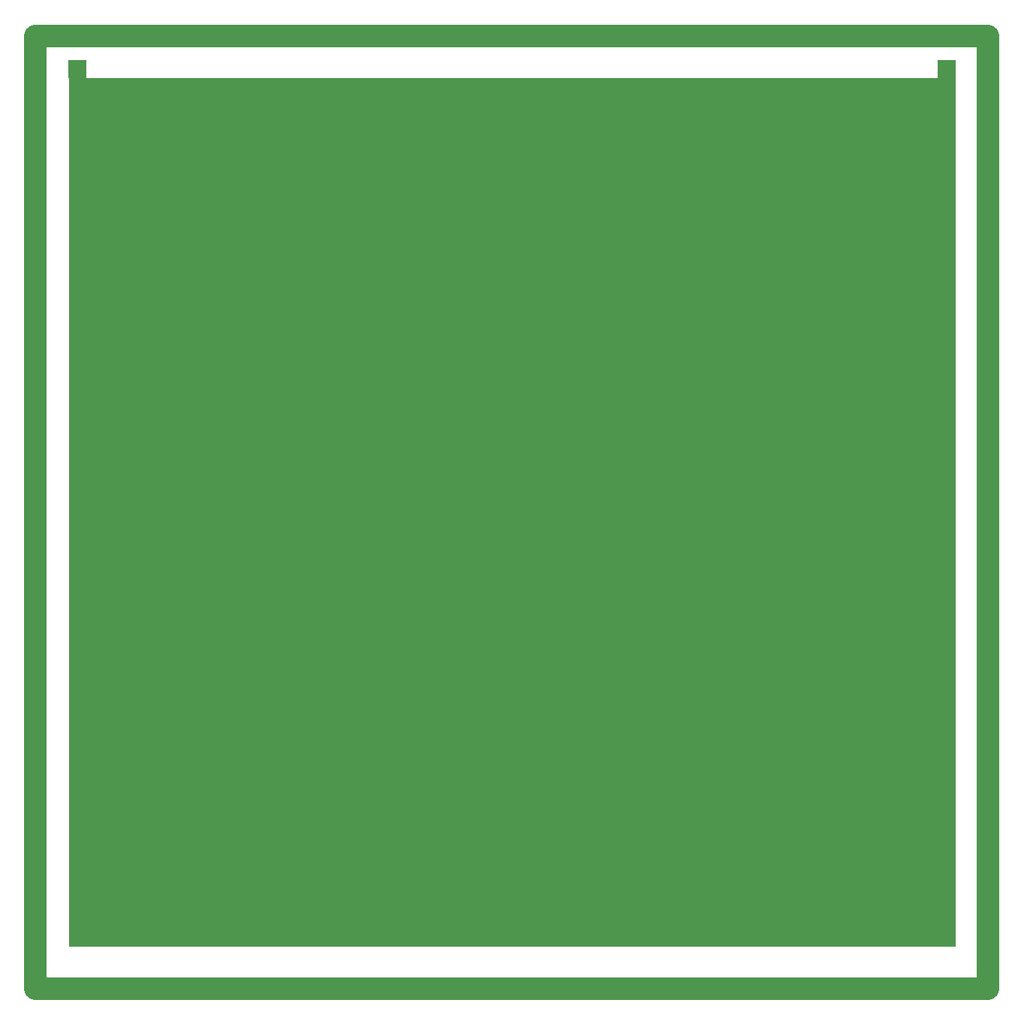
<source format=gbr>
G04 start of page 2 for group 0 idx 0 *
G04 Title: (unknown), component *
G04 Creator: pcb 1.99y *
G04 CreationDate: Mon Mar  9 18:38:28 2009 UTC *
G04 For: dj *
G04 Format: Gerber/RS-274X *
G04 PCB-Dimensions: 433000 433000 *
G04 PCB-Coordinate-Origin: lower left *
%MOIN*%
%FSLAX25Y25*%
%LNFRONT*%
%ADD11C,0.0010*%
%ADD12C,0.1000*%
%ADD13C,0.0200*%
%ADD14C,0.0300*%
G54D11*X208100Y220950D02*X225100D01*
X207900Y221150D02*X225300D01*
X207700Y221350D02*X225500D01*
X207500Y221550D02*X225700D01*
X207300Y221750D02*X225900D01*
X207100Y221950D02*X226100D01*
X206900Y222150D02*X226300D01*
X208500Y220550D02*X224700D01*
X208300Y220750D02*X224900D01*
X206700Y222350D02*X226500D01*
X206500Y222550D02*X226700D01*
X206300Y222750D02*X226900D01*
X206100Y222950D02*X227100D01*
X205900Y223150D02*X227300D01*
X205700Y223350D02*X227500D01*
X205500Y223550D02*X227700D01*
X205300Y223750D02*X227900D01*
X205100Y223950D02*X228100D01*
X204900Y224150D02*X228300D01*
X204700Y224350D02*X228500D01*
X204500Y224550D02*X228700D01*
X204300Y224750D02*X228900D01*
X204100Y224950D02*X229100D01*
X228100Y208850D02*Y223950D01*
X228300Y208650D02*Y224150D01*
X228500Y208450D02*Y224350D01*
X228700Y208250D02*Y224550D01*
X228900Y208050D02*Y224750D01*
X229100Y207850D02*Y224950D01*
X229300Y207650D02*Y225150D01*
X229500Y207450D02*Y225350D01*
X229700Y207250D02*Y225550D01*
X229900Y207050D02*Y225750D01*
X230100Y206850D02*Y225950D01*
X230300Y206650D02*Y226150D01*
X230500Y206450D02*Y226350D01*
X230700Y206250D02*Y226550D01*
X230900Y206050D02*Y226750D01*
X231100Y205850D02*Y226950D01*
X231300Y205650D02*Y227150D01*
X231500Y205450D02*Y227350D01*
X231700Y205250D02*Y227550D01*
X231900Y205050D02*Y227750D01*
X232100Y204850D02*Y227950D01*
X232300Y204650D02*Y228150D01*
X232500Y204450D02*Y228350D01*
X232700Y204250D02*Y228550D01*
X232900Y204050D02*Y228750D01*
X233100Y203850D02*Y228950D01*
X233300Y203650D02*Y229150D01*
X233500Y203450D02*Y229350D01*
X233700Y203250D02*Y229550D01*
X233900Y203050D02*Y229750D01*
X234100Y202850D02*Y229950D01*
X234300Y202650D02*Y230150D01*
X234500Y202450D02*Y230350D01*
X234700Y202250D02*Y230550D01*
X234900Y202050D02*Y230750D01*
X235100Y201850D02*Y230950D01*
X235300Y201650D02*Y231150D01*
X235500Y201450D02*Y231350D01*
X235700Y201250D02*Y231550D01*
X235900Y201050D02*Y231750D01*
X203900Y225150D02*X229300D01*
X203700Y225350D02*X229500D01*
X203500Y225550D02*X229700D01*
X203300Y225750D02*X229900D01*
X203100Y225950D02*X230100D01*
X202900Y226150D02*X230300D01*
X202700Y226350D02*X230500D01*
X202500Y226550D02*X230700D01*
X202300Y226750D02*X230900D01*
X202100Y226950D02*X231100D01*
X201900Y227150D02*X231300D01*
X201700Y227350D02*X231500D01*
X201500Y227550D02*X231700D01*
X201300Y227750D02*X231900D01*
X201100Y227950D02*X232100D01*
X200900Y228150D02*X232300D01*
X200700Y228350D02*X232500D01*
X200500Y228550D02*X232700D01*
X200300Y228750D02*X232900D01*
X200100Y228950D02*X233100D01*
X199900Y229150D02*X233300D01*
X199700Y229350D02*X233500D01*
X199500Y229550D02*X233700D01*
X199300Y229750D02*X233900D01*
X199100Y229950D02*X234100D01*
X198900Y230150D02*X234300D01*
X198700Y230350D02*X234500D01*
X198500Y230550D02*X234700D01*
X198300Y230750D02*X234900D01*
X198100Y230950D02*X235100D01*
X197900Y231150D02*X235300D01*
X197700Y231350D02*X235500D01*
X197500Y231550D02*X235700D01*
X197300Y231750D02*X235900D01*
X197100Y231950D02*X236100D01*
X196900Y232150D02*X236300D01*
X207900Y212050D02*X224900D01*
X207700Y211850D02*X225100D01*
X207500Y211650D02*X225300D01*
X224900Y212050D02*Y220750D01*
X225100Y211850D02*Y220950D01*
X225300Y211650D02*Y221150D01*
X225500Y211450D02*Y221350D01*
X225700Y211250D02*Y221550D01*
X225900Y211050D02*Y221750D01*
X207300Y211450D02*X225500D01*
X207100Y211250D02*X225700D01*
X206900Y211050D02*X225900D01*
X206700Y210850D02*X226100D01*
X208300Y212450D02*X224500D01*
Y220350D01*
X208100Y212250D02*X224700D01*
Y220550D01*
X226100Y210850D02*Y221950D01*
X206500Y210650D02*X226300D01*
X206300Y210450D02*X226500D01*
X206100Y210250D02*X226700D01*
Y222550D01*
X205900Y210050D02*X226900D01*
X205700Y209850D02*X227100D01*
X205500Y209650D02*X227300D01*
X205300Y209450D02*X227500D01*
X205100Y209250D02*X227700D01*
X204900Y209050D02*X227900D01*
X204700Y208850D02*X228100D01*
X226300Y210650D02*Y222150D01*
X226500Y210450D02*Y222350D01*
X226900Y210050D02*Y222750D01*
X227100Y209850D02*Y222950D01*
X227300Y209650D02*Y223150D01*
X227500Y209450D02*Y223350D01*
X227700Y209250D02*Y223550D01*
X227900Y209050D02*Y223750D01*
X236100Y200850D02*Y231950D01*
X236300Y200650D02*Y232150D01*
X236500Y200450D02*Y232350D01*
X236700Y200250D02*Y232550D01*
X236900Y200050D02*Y232750D01*
X237100Y199850D02*Y232950D01*
X237300Y199650D02*Y233150D01*
X237500Y199450D02*Y233350D01*
X237700Y199250D02*Y233550D01*
X237900Y199050D02*Y233750D01*
X238100Y198850D02*Y233950D01*
X238300Y198650D02*Y234150D01*
X238500Y198450D02*Y234350D01*
X238700Y198250D02*Y234550D01*
X238900Y198050D02*Y234750D01*
X239100Y197850D02*Y234950D01*
X239300Y197650D02*Y235150D01*
X239500Y197450D02*Y235350D01*
X239700Y197250D02*Y235550D01*
X239900Y197050D02*Y235750D01*
X240100Y196850D02*Y235950D01*
X240300Y196650D02*Y236150D01*
X240500Y196450D02*Y236350D01*
X240700Y196250D02*Y236550D01*
X240900Y196050D02*Y236750D01*
X241100Y195850D02*Y236950D01*
X241300Y195650D02*Y237150D01*
X241500Y195450D02*Y237350D01*
X241700Y195250D02*Y237550D01*
X241900Y195050D02*Y237750D01*
X242100Y194850D02*Y237950D01*
X242300Y194650D02*Y238150D01*
X242500Y194450D02*Y238350D01*
X242700Y194250D02*Y238550D01*
X242900Y194050D02*Y238750D01*
X243100Y193850D02*Y238950D01*
X243300Y193650D02*Y239150D01*
X243500Y193450D02*Y239350D01*
X243700Y193250D02*Y239550D01*
X243900Y193050D02*Y239750D01*
X244100Y192850D02*Y239950D01*
X244300Y192650D02*Y240150D01*
X244500Y192450D02*Y240350D01*
X244700Y192250D02*Y240550D01*
X244900Y192050D02*Y240750D01*
X245100Y191850D02*Y240950D01*
X245300Y191650D02*Y241150D01*
X245500Y191450D02*Y241350D01*
X245700Y191250D02*Y241550D01*
X245900Y191050D02*Y241750D01*
X246100Y190850D02*Y241950D01*
X246300Y190650D02*Y242150D01*
X246500Y190450D02*Y242350D01*
X246700Y190250D02*Y242550D01*
X204500Y208650D02*X228300D01*
X204300Y208450D02*X228500D01*
X204100Y208250D02*X228700D01*
X203900Y208050D02*X228900D01*
X203700Y207850D02*X229100D01*
X203500Y207650D02*X229300D01*
X203300Y207450D02*X229500D01*
X203100Y207250D02*X229700D01*
X202900Y207050D02*X229900D01*
X202700Y206850D02*X230100D01*
X202500Y206650D02*X230300D01*
X202300Y206450D02*X230500D01*
X202100Y206250D02*X230700D01*
X201900Y206050D02*X230900D01*
X201700Y205850D02*X231100D01*
X201500Y205650D02*X231300D01*
X201300Y205450D02*X231500D01*
X201100Y205250D02*X231700D01*
X200900Y205050D02*X231900D01*
X200700Y204850D02*X232100D01*
X200500Y204650D02*X232300D01*
X200300Y204450D02*X232500D01*
X200100Y204250D02*X232700D01*
X199900Y204050D02*X232900D01*
X199700Y203850D02*X233100D01*
X199500Y203650D02*X233300D01*
X199300Y203450D02*X233500D01*
X199100Y203250D02*X233700D01*
X198900Y203050D02*X233900D01*
X198700Y202850D02*X234100D01*
X198500Y202650D02*X234300D01*
X198300Y202450D02*X234500D01*
X198100Y202250D02*X234700D01*
X197900Y202050D02*X234900D01*
X197700Y201850D02*X235100D01*
X197500Y201650D02*X235300D01*
X197300Y201450D02*X235500D01*
X197100Y201250D02*X235700D01*
X196900Y201050D02*X235900D01*
X196700Y200850D02*X236100D01*
X196500Y200650D02*X236300D01*
X196300Y200450D02*X236500D01*
X196100Y200250D02*X236700D01*
X195900Y200050D02*X236900D01*
X195700Y199850D02*X237100D01*
X195500Y199650D02*X237300D01*
X195300Y199450D02*X237500D01*
X195100Y199250D02*X237700D01*
X194900Y199050D02*X237900D01*
X194700Y198850D02*X238100D01*
X194500Y198650D02*X238300D01*
X194300Y198450D02*X238500D01*
X194100Y198250D02*X238700D01*
X193900Y198050D02*X238900D01*
X193700Y197850D02*X239100D01*
X193500Y197650D02*X239300D01*
X193300Y197450D02*X239500D01*
X193100Y197250D02*X239700D01*
X192900Y197050D02*X239900D01*
X192700Y196850D02*X240100D01*
X192500Y196650D02*X240300D01*
X192300Y196450D02*X240500D01*
X192100Y196250D02*X240700D01*
X191900Y196050D02*X240900D01*
X191700Y195850D02*X241100D01*
X191500Y195650D02*X241300D01*
X191300Y195450D02*X241500D01*
X191100Y195250D02*X241700D01*
X190900Y195050D02*X241900D01*
X190700Y194850D02*X242100D01*
X190500Y194650D02*X242300D01*
X190300Y194450D02*X242500D01*
X190100Y194250D02*X242700D01*
X189900Y194050D02*X242900D01*
X189700Y193850D02*X243100D01*
X189500Y193650D02*X243300D01*
X189300Y193450D02*X243500D01*
X189100Y193250D02*X243700D01*
X188900Y193050D02*X243900D01*
X188700Y192850D02*X244100D01*
X188500Y192650D02*X244300D01*
X188300Y192450D02*X244500D01*
X188100Y192250D02*X244700D01*
X187900Y192050D02*X244900D01*
X187700Y191850D02*X245100D01*
X187500Y191650D02*X245300D01*
X187300Y191450D02*X245500D01*
X187100Y191250D02*X245700D01*
X186900Y191050D02*X245900D01*
X186700Y190850D02*X246100D01*
X186500Y190650D02*X246300D01*
X186300Y190450D02*X246500D01*
X186100Y190250D02*X246700D01*
X185900Y190050D02*X246900D01*
X185700Y189850D02*X247100D01*
X185500Y189650D02*X247300D01*
X185300Y189450D02*X247500D01*
X185100Y189250D02*X247700D01*
X184900Y189050D02*X247900D01*
X184700Y188850D02*X248100D01*
X184500Y188650D02*X248300D01*
X184300Y188450D02*X248500D01*
X184100Y188250D02*X248700D01*
X183900Y188050D02*X248900D01*
X183700Y187850D02*X249100D01*
X183500Y187650D02*X249300D01*
X183300Y187450D02*X249500D01*
X183100Y187250D02*X249700D01*
X182900Y187050D02*X249900D01*
X182700Y186850D02*X250100D01*
X182500Y186650D02*X250300D01*
X182300Y186450D02*X250500D01*
X182100Y186250D02*X250700D01*
X181900Y186050D02*X250900D01*
X181700Y185850D02*X251100D01*
X181500Y185650D02*X251300D01*
X181300Y185450D02*X251500D01*
X181100Y185250D02*X251700D01*
X180900Y185050D02*X251900D01*
X180700Y184850D02*X252100D01*
X180500Y184650D02*X252300D01*
X180300Y184450D02*X252500D01*
X180100Y184250D02*X252700D01*
X179900Y184050D02*X252900D01*
X179700Y183850D02*X253100D01*
X179500Y183650D02*X253300D01*
X179300Y183450D02*X253500D01*
X179100Y183250D02*X253700D01*
X178900Y183050D02*X253900D01*
X178700Y182850D02*X254100D01*
X178500Y182650D02*X254300D01*
X178300Y182450D02*X254500D01*
X178100Y182250D02*X254700D01*
X177900Y182050D02*X254900D01*
X177700Y181850D02*X255100D01*
X177500Y181650D02*X255300D01*
X177300Y181450D02*X255500D01*
X177100Y181250D02*X255700D01*
X176900Y181050D02*X255900D01*
X176700Y180850D02*X256100D01*
X176500Y180650D02*X256300D01*
X176300Y180450D02*X256500D01*
X176100Y180250D02*X256700D01*
X175900Y180050D02*X256900D01*
X175700Y179850D02*X257100D01*
X175500Y179650D02*X257300D01*
X175300Y179450D02*X257500D01*
X175100Y179250D02*X257700D01*
X174900Y179050D02*X257900D01*
X174700Y178850D02*X258100D01*
X174500Y178650D02*X258300D01*
X174300Y178450D02*X258500D01*
X174100Y178250D02*X258700D01*
X173900Y178050D02*X258900D01*
X173700Y177850D02*X259100D01*
X173500Y177650D02*X259300D01*
X173300Y177450D02*X259500D01*
X173100Y177250D02*X259700D01*
X172900Y177050D02*X259900D01*
X172700Y176850D02*X260100D01*
X172500Y176650D02*X260300D01*
X172300Y176450D02*X260500D01*
X172100Y176250D02*X260700D01*
X171900Y176050D02*X260900D01*
X171700Y175850D02*X261100D01*
X171500Y175650D02*X261300D01*
X171300Y175450D02*X261500D01*
X171100Y175250D02*X261700D01*
X170900Y175050D02*X261900D01*
X170700Y174850D02*X262100D01*
X170500Y174650D02*X262300D01*
X170300Y174450D02*X262500D01*
X170100Y174250D02*X262700D01*
X169900Y174050D02*X262900D01*
X169700Y173850D02*X263100D01*
X169500Y173650D02*X263300D01*
X169300Y173450D02*X263500D01*
X169100Y173250D02*X263700D01*
X168900Y173050D02*X263900D01*
X168700Y172850D02*X264100D01*
X168500Y172650D02*X264300D01*
X168300Y172450D02*X264500D01*
X168100Y172250D02*X264700D01*
X167900Y172050D02*X264900D01*
X167700Y171850D02*X265100D01*
X167500Y171650D02*X265300D01*
X167300Y171450D02*X265500D01*
X167100Y171250D02*X265700D01*
X166900Y171050D02*X265900D01*
X166700Y170850D02*X266100D01*
X166500Y170650D02*X266300D01*
X166300Y170450D02*X266500D01*
X166100Y170250D02*X266700D01*
X165900Y170050D02*X266900D01*
X165700Y169850D02*X267100D01*
X165500Y169650D02*X267300D01*
X165300Y169450D02*X267500D01*
X165100Y169250D02*X267700D01*
X164900Y169050D02*X267900D01*
X164700Y168850D02*X268100D01*
X164500Y168650D02*X268300D01*
X164300Y168450D02*X268500D01*
X164100Y168250D02*X268700D01*
X163900Y168050D02*X268900D01*
X163700Y167850D02*X269100D01*
X163500Y167650D02*X269300D01*
X163300Y167450D02*X269500D01*
X163100Y167250D02*X269700D01*
X162900Y167050D02*X269900D01*
X162700Y166850D02*X270100D01*
X162500Y166650D02*X270300D01*
X162300Y166450D02*X270500D01*
X246900Y190050D02*Y242750D01*
X247100Y189850D02*Y242950D01*
X247300Y189650D02*Y243150D01*
X247500Y189450D02*Y243350D01*
X247700Y189250D02*Y243550D01*
X247900Y189050D02*Y243750D01*
X248100Y188850D02*Y243950D01*
X248300Y188650D02*Y244150D01*
X248500Y188450D02*Y244350D01*
X248700Y188250D02*Y244550D01*
X248900Y188050D02*Y244750D01*
X249100Y187850D02*Y244950D01*
X249300Y187650D02*Y245150D01*
X249500Y187450D02*Y245350D01*
X249700Y187250D02*Y245550D01*
X249900Y187050D02*Y245750D01*
X250100Y186850D02*Y245950D01*
X250300Y186650D02*Y246150D01*
X250500Y186450D02*Y246350D01*
X250700Y186250D02*Y246550D01*
X250900Y186050D02*Y246750D01*
X251100Y185850D02*Y246950D01*
X251300Y185650D02*Y247150D01*
X251500Y185450D02*Y247350D01*
X251700Y185250D02*Y247550D01*
X251900Y185050D02*Y247750D01*
X252100Y184850D02*Y247950D01*
X252300Y184650D02*Y248150D01*
X252500Y184450D02*Y248350D01*
X252700Y184250D02*Y248550D01*
X252900Y184050D02*Y248750D01*
X253100Y183850D02*Y248950D01*
X253300Y183650D02*Y249150D01*
X253500Y183450D02*Y249350D01*
X253700Y183250D02*Y249550D01*
X253900Y183050D02*Y249750D01*
X254100Y182850D02*Y249950D01*
X254300Y182650D02*Y250150D01*
X254500Y182450D02*Y250350D01*
X254700Y182250D02*Y250550D01*
X254900Y182050D02*Y250750D01*
X255100Y181850D02*Y250950D01*
X255300Y181650D02*Y251150D01*
X255500Y181450D02*Y251350D01*
X255700Y181250D02*Y251550D01*
X255900Y181050D02*Y251750D01*
X256100Y180850D02*Y251950D01*
X256300Y180650D02*Y252150D01*
X256500Y180450D02*Y252350D01*
X256700Y180250D02*Y252550D01*
X256900Y180050D02*Y252750D01*
X257100Y179850D02*Y252950D01*
X257300Y179650D02*Y253150D01*
X257500Y179450D02*Y253350D01*
X257700Y179250D02*Y253550D01*
X257900Y179050D02*Y253750D01*
X258100Y178850D02*Y253950D01*
X258300Y178650D02*Y254150D01*
X258500Y178450D02*Y254350D01*
X258700Y178250D02*Y254550D01*
X258900Y178050D02*Y254750D01*
X259100Y177850D02*Y254950D01*
X259300Y177650D02*Y255150D01*
X259500Y177450D02*Y255350D01*
X259700Y177250D02*Y255550D01*
X259900Y177050D02*Y255750D01*
X260100Y176850D02*Y255950D01*
X260300Y176650D02*Y256150D01*
X260500Y176450D02*Y256350D01*
X260700Y176250D02*Y256550D01*
X260900Y176050D02*Y256750D01*
X261100Y175850D02*Y256950D01*
X261300Y175650D02*Y257150D01*
X261500Y175450D02*Y257350D01*
X261700Y175250D02*Y257550D01*
X261900Y175050D02*Y257750D01*
X262100Y174850D02*Y257950D01*
X262300Y174650D02*Y258150D01*
X262500Y174450D02*Y258350D01*
X262700Y174250D02*Y258550D01*
X262900Y174050D02*Y258750D01*
X263100Y173850D02*Y258950D01*
X263300Y173650D02*Y259150D01*
X263500Y173450D02*Y259350D01*
X263700Y173250D02*Y259550D01*
X263900Y173050D02*Y259750D01*
X264100Y172850D02*Y259950D01*
X264300Y172650D02*Y260150D01*
X264500Y172450D02*Y260350D01*
X264700Y172250D02*Y260550D01*
X264900Y172050D02*Y260750D01*
X265100Y171850D02*Y260950D01*
X265300Y171650D02*Y261150D01*
X265500Y171450D02*Y261350D01*
X265700Y171250D02*Y261550D01*
X265900Y171050D02*Y261750D01*
X266100Y170850D02*Y261950D01*
X266300Y170650D02*Y262150D01*
X266500Y170450D02*Y262350D01*
X266700Y170250D02*Y262550D01*
X266900Y170050D02*Y262750D01*
X267100Y169850D02*Y262950D01*
X267300Y169650D02*Y263150D01*
X267500Y169450D02*Y263350D01*
X267700Y169250D02*Y263550D01*
X267900Y169050D02*Y263750D01*
X268100Y168850D02*Y263950D01*
X268300Y168650D02*Y264150D01*
X268500Y168450D02*Y264350D01*
X268700Y168250D02*Y264550D01*
X268900Y168050D02*Y264750D01*
X269100Y167850D02*Y264950D01*
X269300Y167650D02*Y265150D01*
X269500Y167450D02*Y265350D01*
X269700Y167250D02*Y265550D01*
X269900Y167050D02*Y265750D01*
X270100Y166850D02*Y265950D01*
X270300Y166650D02*Y266150D01*
X270500Y166450D02*Y266350D01*
X270700Y166250D02*Y266550D01*
X270900Y166050D02*Y266750D01*
X271100Y165850D02*Y266950D01*
X271300Y165650D02*Y267150D01*
X271500Y165450D02*Y267350D01*
X271700Y165250D02*Y267550D01*
X271900Y165050D02*Y267750D01*
X272100Y164850D02*Y267950D01*
X272300Y164650D02*Y268150D01*
X272500Y164450D02*Y268350D01*
X272700Y164250D02*Y268550D01*
X272900Y164050D02*Y268750D01*
X273100Y163850D02*Y268950D01*
X273300Y163650D02*Y269150D01*
X273500Y163450D02*Y269350D01*
X273700Y163250D02*Y269550D01*
X273900Y163050D02*Y269750D01*
X274100Y162850D02*Y269950D01*
X274300Y162650D02*Y270150D01*
X274500Y162450D02*Y270350D01*
X274700Y162250D02*Y270550D01*
X274900Y162050D02*Y270750D01*
X275100Y161850D02*Y270950D01*
X275300Y161650D02*Y271150D01*
X275500Y161450D02*Y271350D01*
X275700Y161250D02*Y271550D01*
X275900Y161050D02*Y271750D01*
X276100Y160850D02*Y271950D01*
X276300Y160650D02*Y272150D01*
X276500Y160450D02*Y272350D01*
X276700Y160250D02*Y272550D01*
X276900Y160050D02*Y272750D01*
X277100Y159850D02*Y272950D01*
X277300Y159650D02*Y273150D01*
X277500Y159450D02*Y273350D01*
X277700Y159250D02*Y273550D01*
X277900Y159050D02*Y273750D01*
X278100Y158850D02*Y273950D01*
X278300Y158650D02*Y274150D01*
X278500Y158450D02*Y274350D01*
X278700Y158250D02*Y274550D01*
X278900Y158050D02*Y274750D01*
X279100Y157850D02*Y274950D01*
X279300Y157650D02*Y275150D01*
X279500Y157450D02*Y275350D01*
X279700Y157250D02*Y275550D01*
X279900Y157050D02*Y275750D01*
X280100Y156850D02*Y275950D01*
X280300Y156650D02*Y276150D01*
X280500Y156450D02*Y276350D01*
X280700Y156250D02*Y276550D01*
X280900Y156050D02*Y276750D01*
X281100Y155850D02*Y276950D01*
X281300Y155650D02*Y277150D01*
X281500Y155450D02*Y277350D01*
X281700Y155250D02*Y277550D01*
X281900Y155050D02*Y277750D01*
X282100Y154850D02*Y277950D01*
X282300Y154650D02*Y278150D01*
X282500Y154450D02*Y278350D01*
X282700Y154250D02*Y278550D01*
X282900Y154050D02*Y278750D01*
X283100Y153850D02*Y278950D01*
X283300Y153650D02*Y279150D01*
X283500Y153450D02*Y279350D01*
X283700Y153250D02*Y279550D01*
X283900Y153050D02*Y279750D01*
X284100Y152850D02*Y279950D01*
X284300Y152650D02*Y280150D01*
X284500Y152450D02*Y280350D01*
X284700Y152250D02*Y280550D01*
X284900Y152050D02*Y280750D01*
X285100Y151850D02*Y280950D01*
X285300Y151650D02*Y281150D01*
X285500Y151450D02*Y281350D01*
X285700Y151250D02*Y281550D01*
X285900Y151050D02*Y281750D01*
X286100Y150850D02*Y281950D01*
X286300Y150650D02*Y282150D01*
X286500Y150450D02*Y282350D01*
X286700Y150250D02*Y282550D01*
X286900Y150050D02*Y282750D01*
X287100Y149850D02*Y282950D01*
X287300Y149650D02*Y283150D01*
X287500Y149450D02*Y283350D01*
X287700Y149250D02*Y283550D01*
X287900Y149050D02*Y283750D01*
X288100Y148850D02*Y283950D01*
X288300Y148650D02*Y284150D01*
X288500Y148450D02*Y284350D01*
X288700Y148250D02*Y284550D01*
X288900Y148050D02*Y284750D01*
X289100Y147850D02*Y284950D01*
X289300Y147650D02*Y285150D01*
X289500Y147450D02*Y285350D01*
X289700Y147250D02*Y285550D01*
X289900Y147050D02*Y285750D01*
X290100Y146850D02*Y285950D01*
X290300Y146650D02*Y286150D01*
X290500Y146450D02*Y286350D01*
X290700Y146250D02*Y286550D01*
X290900Y146050D02*Y286750D01*
X291100Y145850D02*Y286950D01*
X291300Y145650D02*Y287150D01*
X291500Y145450D02*Y287350D01*
X291700Y145250D02*Y287550D01*
X291900Y145050D02*Y287750D01*
X292100Y144850D02*Y287950D01*
X292300Y144650D02*Y288150D01*
X292500Y144450D02*Y288350D01*
X292700Y144250D02*Y288550D01*
X292900Y144050D02*Y288750D01*
X293100Y143850D02*Y288950D01*
X293300Y143650D02*Y289150D01*
X293500Y143450D02*Y289350D01*
X293700Y143250D02*Y289550D01*
X293900Y143050D02*Y289750D01*
X294100Y142850D02*Y289950D01*
X294300Y142650D02*Y290150D01*
X294500Y142450D02*Y290350D01*
X294700Y142250D02*Y290550D01*
X294900Y142050D02*Y290750D01*
X295100Y141850D02*Y290950D01*
X295300Y141650D02*Y291150D01*
X295500Y141450D02*Y291350D01*
X295700Y141250D02*Y291550D01*
X295900Y141050D02*Y291750D01*
X296100Y140850D02*Y291950D01*
X296300Y140650D02*Y292150D01*
X296500Y140450D02*Y292350D01*
X296700Y140250D02*Y292550D01*
X296900Y140050D02*Y292750D01*
X297100Y139850D02*Y292950D01*
X297300Y139650D02*Y293150D01*
X297500Y139450D02*Y293350D01*
X297700Y139250D02*Y293550D01*
X297900Y139050D02*Y293750D01*
X298100Y138850D02*Y293950D01*
X298300Y138650D02*Y294150D01*
X298500Y138450D02*Y294350D01*
X298700Y138250D02*Y294550D01*
X298900Y138050D02*Y294750D01*
X299100Y137850D02*Y294950D01*
X299300Y137650D02*Y295150D01*
X299500Y137450D02*Y295350D01*
X299700Y137250D02*Y295550D01*
X299900Y137050D02*Y295750D01*
X300100Y136850D02*Y295950D01*
X300300Y136650D02*Y296150D01*
X300500Y136450D02*Y296350D01*
X300700Y136250D02*Y296550D01*
X300900Y136050D02*Y296750D01*
X301100Y135850D02*Y296950D01*
X301300Y135650D02*Y297150D01*
X301500Y135450D02*Y297350D01*
X301700Y135250D02*Y297550D01*
X301900Y135050D02*Y297750D01*
X302100Y134850D02*Y297950D01*
X302300Y134650D02*Y298150D01*
X302500Y134450D02*Y298350D01*
X302700Y134250D02*Y298550D01*
X302900Y134050D02*Y298750D01*
X303100Y133850D02*Y298950D01*
X303300Y133650D02*Y299150D01*
X303500Y133450D02*Y299350D01*
X303700Y133250D02*Y299550D01*
X303900Y133050D02*Y299750D01*
X304100Y132850D02*Y299950D01*
X304300Y132650D02*Y300150D01*
X304500Y132450D02*Y300350D01*
X304700Y132250D02*Y300550D01*
X304900Y132050D02*Y300750D01*
X305100Y131850D02*Y300950D01*
X305300Y131650D02*Y301150D01*
X305500Y131450D02*Y301350D01*
X305700Y131250D02*Y301550D01*
X305900Y131050D02*Y301750D01*
X306100Y130850D02*Y301950D01*
X306300Y130650D02*Y302150D01*
X306500Y130450D02*Y302350D01*
X306700Y130250D02*Y302550D01*
X306900Y130050D02*Y302750D01*
X307100Y129850D02*Y302950D01*
X307300Y129650D02*Y303150D01*
X307500Y129450D02*Y303350D01*
X307700Y129250D02*Y303550D01*
X307900Y129050D02*Y303750D01*
X308100Y128850D02*Y303950D01*
X308300Y128650D02*Y304150D01*
X308500Y128450D02*Y304350D01*
X308700Y128250D02*Y304550D01*
X308900Y128050D02*Y304750D01*
X309100Y127850D02*Y304950D01*
X309300Y127650D02*Y305150D01*
X309500Y127450D02*Y305350D01*
X309700Y127250D02*Y305550D01*
X309900Y127050D02*Y305750D01*
X310100Y126850D02*Y305950D01*
X310300Y126650D02*Y306150D01*
X310500Y126450D02*Y306350D01*
X310700Y126250D02*Y306550D01*
X310900Y126050D02*Y306750D01*
X311100Y125850D02*Y306950D01*
X311300Y125650D02*Y307150D01*
X311500Y125450D02*Y307350D01*
X311700Y125250D02*Y307550D01*
X311900Y125050D02*Y307750D01*
X312100Y124850D02*Y307950D01*
X312300Y124650D02*Y308150D01*
X312500Y124450D02*Y308350D01*
X312700Y124250D02*Y308550D01*
X312900Y124050D02*Y308750D01*
X313100Y123850D02*Y308950D01*
X313300Y123650D02*Y309150D01*
X313500Y123450D02*Y309350D01*
X313700Y123250D02*Y309550D01*
X313900Y123050D02*Y309750D01*
X314100Y122850D02*Y309950D01*
X314300Y122650D02*Y310150D01*
X314500Y122450D02*Y310350D01*
X314700Y122250D02*Y310550D01*
X314900Y122050D02*Y310750D01*
X315100Y121850D02*Y310950D01*
X315300Y121650D02*Y311150D01*
X315500Y121450D02*Y311350D01*
X315700Y121250D02*Y311550D01*
X315900Y121050D02*Y311750D01*
X316100Y120850D02*Y311950D01*
X316300Y120650D02*Y312150D01*
X316500Y120450D02*Y312350D01*
X316700Y120250D02*Y312550D01*
X316900Y120050D02*Y312750D01*
X317100Y119850D02*Y312950D01*
X317300Y119650D02*Y313150D01*
X317500Y119450D02*Y313350D01*
X317700Y119250D02*Y313550D01*
X317900Y119050D02*Y313750D01*
X318100Y118850D02*Y313950D01*
X318300Y118650D02*Y314150D01*
X318500Y118450D02*Y314350D01*
X318700Y118250D02*Y314550D01*
X318900Y118050D02*Y314750D01*
X319100Y117850D02*Y314950D01*
X319300Y117650D02*Y315150D01*
X319500Y117450D02*Y315350D01*
X319700Y117250D02*Y315550D01*
X319900Y117050D02*Y315750D01*
X320100Y116850D02*Y315950D01*
X320300Y116650D02*Y316150D01*
X320500Y116450D02*Y316350D01*
X320700Y116250D02*Y316550D01*
X320900Y116050D02*Y316750D01*
X321100Y115850D02*Y316950D01*
X321300Y115650D02*Y317150D01*
X321500Y115450D02*Y317350D01*
X321700Y115250D02*Y317550D01*
X321900Y115050D02*Y317750D01*
X322100Y114850D02*Y317950D01*
X322300Y114650D02*Y318150D01*
X322500Y114450D02*Y318350D01*
X322700Y114250D02*Y318550D01*
X322900Y114050D02*Y318750D01*
X323100Y113850D02*Y318950D01*
X323300Y113650D02*Y319150D01*
X323500Y113450D02*Y319350D01*
X323700Y113250D02*Y319550D01*
X323900Y113050D02*Y319750D01*
X324100Y112850D02*Y319950D01*
X324300Y112650D02*Y320150D01*
X324500Y112450D02*Y320350D01*
X324700Y112250D02*Y320550D01*
X324900Y112050D02*Y320750D01*
X325100Y111850D02*Y320950D01*
X325300Y111650D02*Y321150D01*
X325500Y111450D02*Y321350D01*
X325700Y111250D02*Y321550D01*
X325900Y111050D02*Y321750D01*
X326100Y110850D02*Y321950D01*
X326300Y110650D02*Y322150D01*
X326500Y110450D02*Y322350D01*
X326700Y110250D02*Y322550D01*
X326900Y110050D02*Y322750D01*
X327100Y109850D02*Y322950D01*
X327300Y109650D02*Y323150D01*
X327500Y109450D02*Y323350D01*
X327700Y109250D02*Y323550D01*
X327900Y109050D02*Y323750D01*
X328100Y108850D02*Y323950D01*
X328300Y108650D02*Y324150D01*
X328500Y108450D02*Y324350D01*
X328700Y108250D02*Y324550D01*
X328900Y108050D02*Y324750D01*
X329100Y107850D02*Y324950D01*
X329300Y107650D02*Y325150D01*
X329500Y107450D02*Y325350D01*
X329700Y107250D02*Y325550D01*
X329900Y107050D02*Y325750D01*
X330100Y106850D02*Y325950D01*
X330300Y106650D02*Y326150D01*
X330500Y106450D02*Y326350D01*
X330700Y106250D02*Y326550D01*
X330900Y106050D02*Y326750D01*
X331100Y105850D02*Y326950D01*
X331300Y105650D02*Y327150D01*
X331500Y105450D02*Y327350D01*
X331700Y105250D02*Y327550D01*
X331900Y105050D02*Y327750D01*
X332100Y104850D02*Y327950D01*
X332300Y104650D02*Y328150D01*
X332500Y104450D02*Y328350D01*
X332700Y104250D02*Y328550D01*
X332900Y104050D02*Y328750D01*
X333100Y103850D02*Y328950D01*
X333300Y103650D02*Y329150D01*
X333500Y103450D02*Y329350D01*
X333700Y103250D02*Y329550D01*
X333900Y103050D02*Y329750D01*
X334100Y102850D02*Y329950D01*
X334300Y102650D02*Y330150D01*
X334500Y102450D02*Y330350D01*
X334700Y102250D02*Y330550D01*
X334900Y102050D02*Y330750D01*
X335100Y101850D02*Y330950D01*
X162100Y166250D02*X270700D01*
X161900Y166050D02*X270900D01*
X161700Y165850D02*X271100D01*
X161500Y165650D02*X271300D01*
X161300Y165450D02*X271500D01*
X161100Y165250D02*X271700D01*
X160900Y165050D02*X271900D01*
X160700Y164850D02*X272100D01*
X160500Y164650D02*X272300D01*
X160300Y164450D02*X272500D01*
X160100Y164250D02*X272700D01*
X159900Y164050D02*X272900D01*
X159700Y163850D02*X273100D01*
X159500Y163650D02*X273300D01*
X159300Y163450D02*X273500D01*
X159100Y163250D02*X273700D01*
X158900Y163050D02*X273900D01*
X158700Y162850D02*X274100D01*
X158500Y162650D02*X274300D01*
X158300Y162450D02*X274500D01*
X158100Y162250D02*X274700D01*
X157900Y162050D02*X274900D01*
X157700Y161850D02*X275100D01*
X157500Y161650D02*X275300D01*
X157300Y161450D02*X275500D01*
X157100Y161250D02*X275700D01*
X156900Y161050D02*X275900D01*
X156700Y160850D02*X276100D01*
X156500Y160650D02*X276300D01*
X156300Y160450D02*X276500D01*
X156100Y160250D02*X276700D01*
X155900Y160050D02*X276900D01*
X155700Y159850D02*X277100D01*
X155500Y159650D02*X277300D01*
X155300Y159450D02*X277500D01*
X155100Y159250D02*X277700D01*
X154900Y159050D02*X277900D01*
X154700Y158850D02*X278100D01*
X154500Y158650D02*X278300D01*
X154300Y158450D02*X278500D01*
X154100Y158250D02*X278700D01*
X153900Y158050D02*X278900D01*
X153700Y157850D02*X279100D01*
X153500Y157650D02*X279300D01*
X153300Y157450D02*X279500D01*
X153100Y157250D02*X279700D01*
X152900Y157050D02*X279900D01*
X152700Y156850D02*X280100D01*
X152500Y156650D02*X280300D01*
X152300Y156450D02*X280500D01*
X152100Y156250D02*X280700D01*
X151900Y156050D02*X280900D01*
X151700Y155850D02*X281100D01*
X151500Y155650D02*X281300D01*
X151300Y155450D02*X281500D01*
X151100Y155250D02*X281700D01*
X150900Y155050D02*X281900D01*
X150700Y154850D02*X282100D01*
X150500Y154650D02*X282300D01*
X150300Y154450D02*X282500D01*
X150100Y154250D02*X282700D01*
X149900Y154050D02*X282900D01*
X149700Y153850D02*X283100D01*
X149500Y153650D02*X283300D01*
X149300Y153450D02*X283500D01*
X149100Y153250D02*X283700D01*
X148900Y153050D02*X283900D01*
X148700Y152850D02*X284100D01*
X148500Y152650D02*X284300D01*
X148300Y152450D02*X284500D01*
X148100Y152250D02*X284700D01*
X147900Y152050D02*X284900D01*
X147700Y151850D02*X285100D01*
X147500Y151650D02*X285300D01*
X147300Y151450D02*X285500D01*
X147100Y151250D02*X285700D01*
X146900Y151050D02*X285900D01*
X146700Y150850D02*X286100D01*
X146500Y150650D02*X286300D01*
X146300Y150450D02*X286500D01*
X146100Y150250D02*X286700D01*
X145900Y150050D02*X286900D01*
X145700Y149850D02*X287100D01*
X145500Y149650D02*X287300D01*
X145300Y149450D02*X287500D01*
X145100Y149250D02*X287700D01*
X144900Y149050D02*X287900D01*
X144700Y148850D02*X288100D01*
X144500Y148650D02*X288300D01*
X144300Y148450D02*X288500D01*
X144100Y148250D02*X288700D01*
X143900Y148050D02*X288900D01*
X143700Y147850D02*X289100D01*
X143500Y147650D02*X289300D01*
X143300Y147450D02*X289500D01*
X143100Y147250D02*X289700D01*
X142900Y147050D02*X289900D01*
X142700Y146850D02*X290100D01*
X142500Y146650D02*X290300D01*
X142300Y146450D02*X290500D01*
X142100Y146250D02*X290700D01*
X141900Y146050D02*X290900D01*
X141700Y145850D02*X291100D01*
X141500Y145650D02*X291300D01*
X141300Y145450D02*X291500D01*
X141100Y145250D02*X291700D01*
X140900Y145050D02*X291900D01*
X140700Y144850D02*X292100D01*
X140500Y144650D02*X292300D01*
X140300Y144450D02*X292500D01*
X140100Y144250D02*X292700D01*
X139900Y144050D02*X292900D01*
X139700Y143850D02*X293100D01*
X139500Y143650D02*X293300D01*
X139300Y143450D02*X293500D01*
X139100Y143250D02*X293700D01*
X138900Y143050D02*X293900D01*
X138700Y142850D02*X294100D01*
X138500Y142650D02*X294300D01*
X138300Y142450D02*X294500D01*
X138100Y142250D02*X294700D01*
X137900Y142050D02*X294900D01*
X137700Y141850D02*X295100D01*
X137500Y141650D02*X295300D01*
X137300Y141450D02*X295500D01*
X137100Y141250D02*X295700D01*
X136900Y141050D02*X295900D01*
X136700Y140850D02*X296100D01*
X136500Y140650D02*X296300D01*
X136300Y140450D02*X296500D01*
X136100Y140250D02*X296700D01*
X135900Y140050D02*X296900D01*
X135700Y139850D02*X297100D01*
X135500Y139650D02*X297300D01*
X135300Y139450D02*X297500D01*
X135100Y139250D02*X297700D01*
X134900Y139050D02*X297900D01*
X134700Y138850D02*X298100D01*
X134500Y138650D02*X298300D01*
X134300Y138450D02*X298500D01*
X134100Y138250D02*X298700D01*
X133900Y138050D02*X298900D01*
X133700Y137850D02*X299100D01*
X133500Y137650D02*X299300D01*
X133300Y137450D02*X299500D01*
X133100Y137250D02*X299700D01*
X132900Y137050D02*X299900D01*
X132700Y136850D02*X300100D01*
X132500Y136650D02*X300300D01*
X132300Y136450D02*X300500D01*
X132100Y136250D02*X300700D01*
X131900Y136050D02*X300900D01*
X131700Y135850D02*X301100D01*
X131500Y135650D02*X301300D01*
X131300Y135450D02*X301500D01*
X131100Y135250D02*X301700D01*
X130900Y135050D02*X301900D01*
X130700Y134850D02*X302100D01*
X130500Y134650D02*X302300D01*
X130300Y134450D02*X302500D01*
X130100Y134250D02*X302700D01*
X129900Y134050D02*X302900D01*
X129700Y133850D02*X303100D01*
X129500Y133650D02*X303300D01*
X129300Y133450D02*X303500D01*
X129100Y133250D02*X303700D01*
X128900Y133050D02*X303900D01*
X128700Y132850D02*X304100D01*
X128500Y132650D02*X304300D01*
X128300Y132450D02*X304500D01*
X128100Y132250D02*X304700D01*
X127900Y132050D02*X304900D01*
X127700Y131850D02*X305100D01*
X127500Y131650D02*X305300D01*
X127300Y131450D02*X305500D01*
X127100Y131250D02*X305700D01*
X126900Y131050D02*X305900D01*
X126700Y130850D02*X306100D01*
X126500Y130650D02*X306300D01*
X126300Y130450D02*X306500D01*
X126100Y130250D02*X306700D01*
X125900Y130050D02*X306900D01*
X125700Y129850D02*X307100D01*
X125500Y129650D02*X307300D01*
X125300Y129450D02*X307500D01*
X125100Y129250D02*X307700D01*
X124900Y129050D02*X307900D01*
X124700Y128850D02*X308100D01*
X124500Y128650D02*X308300D01*
X124300Y128450D02*X308500D01*
X124100Y128250D02*X308700D01*
X123900Y128050D02*X308900D01*
X123700Y127850D02*X309100D01*
X123500Y127650D02*X309300D01*
X123300Y127450D02*X309500D01*
X123100Y127250D02*X309700D01*
X122900Y127050D02*X309900D01*
X122700Y126850D02*X310100D01*
X122500Y126650D02*X310300D01*
X122300Y126450D02*X310500D01*
X122100Y126250D02*X310700D01*
X121900Y126050D02*X310900D01*
X121700Y125850D02*X311100D01*
X121500Y125650D02*X311300D01*
X121300Y125450D02*X311500D01*
X121100Y125250D02*X311700D01*
X120900Y125050D02*X311900D01*
X120700Y124850D02*X312100D01*
X120500Y124650D02*X312300D01*
X120300Y124450D02*X312500D01*
X120100Y124250D02*X312700D01*
X119900Y124050D02*X312900D01*
X119700Y123850D02*X313100D01*
X119500Y123650D02*X313300D01*
X119300Y123450D02*X313500D01*
X119100Y123250D02*X313700D01*
X118900Y123050D02*X313900D01*
X118700Y122850D02*X314100D01*
X118500Y122650D02*X314300D01*
X118300Y122450D02*X314500D01*
X118100Y122250D02*X314700D01*
X117900Y122050D02*X314900D01*
X117700Y121850D02*X315100D01*
X117500Y121650D02*X315300D01*
X117300Y121450D02*X315500D01*
X117100Y121250D02*X315700D01*
X116900Y121050D02*X315900D01*
X116700Y120850D02*X316100D01*
X116500Y120650D02*X316300D01*
X116300Y120450D02*X316500D01*
X116100Y120250D02*X316700D01*
X115900Y120050D02*X316900D01*
X115700Y119850D02*X317100D01*
X115500Y119650D02*X317300D01*
X115300Y119450D02*X317500D01*
X115100Y119250D02*X317700D01*
X114900Y119050D02*X317900D01*
X114700Y118850D02*X318100D01*
X114500Y118650D02*X318300D01*
X114300Y118450D02*X318500D01*
X114100Y118250D02*X318700D01*
X113900Y118050D02*X318900D01*
X113700Y117850D02*X319100D01*
X113500Y117650D02*X319300D01*
X113300Y117450D02*X319500D01*
X113100Y117250D02*X319700D01*
X112900Y117050D02*X319900D01*
X112700Y116850D02*X320100D01*
X112500Y116650D02*X320300D01*
X112300Y116450D02*X320500D01*
X112100Y116250D02*X320700D01*
X111900Y116050D02*X320900D01*
X111700Y115850D02*X321100D01*
X111500Y115650D02*X321300D01*
X111300Y115450D02*X321500D01*
X111100Y115250D02*X321700D01*
X110900Y115050D02*X321900D01*
X110700Y114850D02*X322100D01*
X110500Y114650D02*X322300D01*
X110300Y114450D02*X322500D01*
X110100Y114250D02*X322700D01*
X109900Y114050D02*X322900D01*
X109700Y113850D02*X323100D01*
X109500Y113650D02*X323300D01*
X109300Y113450D02*X323500D01*
X109100Y113250D02*X323700D01*
X108900Y113050D02*X323900D01*
X108700Y112850D02*X324100D01*
X108500Y112650D02*X324300D01*
X108300Y112450D02*X324500D01*
X108100Y112250D02*X324700D01*
X107900Y112050D02*X324900D01*
X107700Y111850D02*X325100D01*
X107500Y111650D02*X325300D01*
X107300Y111450D02*X325500D01*
X107100Y111250D02*X325700D01*
X106900Y111050D02*X325900D01*
X106700Y110850D02*X326100D01*
X106500Y110650D02*X326300D01*
X106300Y110450D02*X326500D01*
X106100Y110250D02*X326700D01*
X105900Y110050D02*X326900D01*
X105700Y109850D02*X327100D01*
X105500Y109650D02*X327300D01*
X105300Y109450D02*X327500D01*
X105100Y109250D02*X327700D01*
X104900Y109050D02*X327900D01*
X104700Y108850D02*X328100D01*
X104500Y108650D02*X328300D01*
X104300Y108450D02*X328500D01*
X104100Y108250D02*X328700D01*
X103900Y108050D02*X328900D01*
X103700Y107850D02*X329100D01*
X103500Y107650D02*X329300D01*
X103300Y107450D02*X329500D01*
X103100Y107250D02*X329700D01*
X102900Y107050D02*X329900D01*
X102700Y106850D02*X330100D01*
X102500Y106650D02*X330300D01*
X102300Y106450D02*X330500D01*
X102100Y106250D02*X330700D01*
X101900Y106050D02*X330900D01*
X101700Y105850D02*X331100D01*
X101500Y105650D02*X331300D01*
X101300Y105450D02*X331500D01*
X101100Y105250D02*X331700D01*
X100900Y105050D02*X331900D01*
X100700Y104850D02*X332100D01*
X100500Y104650D02*X332300D01*
X100300Y104450D02*X332500D01*
X100100Y104250D02*X332700D01*
X99900Y104050D02*X332900D01*
X99700Y103850D02*X333100D01*
X99500Y103650D02*X333300D01*
X99300Y103450D02*X333500D01*
X99100Y103250D02*X333700D01*
X98900Y103050D02*X333900D01*
X98700Y102850D02*X334100D01*
X98500Y102650D02*X334300D01*
X98300Y102450D02*X334500D01*
X98100Y102250D02*X334700D01*
X97900Y102050D02*X334900D01*
X97700Y101850D02*X335100D01*
X97500Y101650D02*X335300D01*
X208300Y212450D02*Y220750D01*
X208100Y212250D02*Y220950D01*
X207900Y212050D02*Y221150D01*
X207700Y211850D02*Y221350D01*
X207500Y211650D02*Y221550D01*
X207300Y211450D02*Y221750D01*
X207100Y211250D02*Y221950D01*
X206900Y211050D02*Y222150D01*
X206700Y210850D02*Y222350D01*
X206500Y210650D02*Y222550D01*
X206300Y210450D02*Y222750D01*
X206100Y210250D02*Y222950D01*
X205900Y210050D02*Y223150D01*
X205700Y209850D02*Y223350D01*
X205500Y209650D02*Y223550D01*
X205300Y209450D02*Y223750D01*
X205100Y209250D02*Y223950D01*
X204900Y209050D02*Y224150D01*
X204700Y208850D02*Y224350D01*
X204500Y208650D02*Y224550D01*
X204300Y208450D02*Y224750D01*
X204100Y208250D02*Y224950D01*
X203900Y208050D02*Y225150D01*
X203700Y207850D02*Y225350D01*
X203500Y207650D02*Y225550D01*
X203300Y207450D02*Y225750D01*
X203100Y207250D02*Y225950D01*
X202900Y207050D02*Y226150D01*
X202700Y206850D02*Y226350D01*
X202500Y206650D02*Y226550D01*
X202300Y206450D02*Y226750D01*
X202100Y206250D02*Y226950D01*
X201900Y206050D02*Y227150D01*
X201700Y205850D02*Y227350D01*
X201500Y205650D02*Y227550D01*
X201300Y205450D02*Y227750D01*
X201100Y205250D02*Y227950D01*
X200900Y205050D02*Y228150D01*
X200700Y204850D02*Y228350D01*
X200500Y204650D02*Y228550D01*
X200300Y204450D02*Y228750D01*
X200100Y204250D02*Y228950D01*
X199900Y204050D02*Y229150D01*
X199700Y203850D02*Y229350D01*
X199500Y203650D02*Y229550D01*
X199300Y203450D02*Y229750D01*
X199100Y203250D02*Y229950D01*
X198900Y203050D02*Y230150D01*
X198700Y202850D02*Y230350D01*
X198500Y202650D02*Y230550D01*
X198300Y202450D02*Y230750D01*
X198100Y202250D02*Y230950D01*
X197900Y202050D02*Y231150D01*
X197700Y201850D02*Y231350D01*
X197500Y201650D02*Y231550D01*
X197300Y201450D02*Y231750D01*
X197100Y201250D02*Y231950D01*
X196900Y201050D02*Y232150D01*
X196700Y200850D02*Y232350D01*
X196500Y200650D02*Y232550D01*
X196300Y200450D02*Y232750D01*
X196100Y200250D02*Y232950D01*
X195900Y200050D02*Y233150D01*
X195700Y199850D02*Y233350D01*
X195500Y199650D02*Y233550D01*
X195300Y199450D02*Y233750D01*
X195100Y199250D02*Y233950D01*
X194900Y199050D02*Y234150D01*
X194700Y198850D02*Y234350D01*
X194500Y198650D02*Y234550D01*
X194300Y198450D02*Y234750D01*
X194100Y198250D02*Y234950D01*
X193900Y198050D02*Y235150D01*
X193700Y197850D02*Y235350D01*
X193500Y197650D02*Y235550D01*
X193300Y197450D02*Y235750D01*
X193100Y197250D02*Y235950D01*
X192900Y197050D02*Y236150D01*
X192700Y196850D02*Y236350D01*
X192500Y196650D02*Y236550D01*
X192300Y196450D02*Y236750D01*
X192100Y196250D02*Y236950D01*
X191900Y196050D02*Y237150D01*
X191700Y195850D02*Y237350D01*
X191500Y195650D02*Y237550D01*
X191300Y195450D02*Y237750D01*
X191100Y195250D02*Y237950D01*
X190900Y195050D02*Y238150D01*
X190700Y194850D02*Y238350D01*
X190500Y194650D02*Y238550D01*
X190300Y194450D02*Y238750D01*
X190100Y194250D02*Y238950D01*
X189900Y194050D02*Y239150D01*
X189700Y193850D02*Y239350D01*
X189500Y193650D02*Y239550D01*
X189300Y193450D02*Y239750D01*
X189100Y193250D02*Y239950D01*
X188900Y193050D02*Y240150D01*
X188700Y192850D02*Y240350D01*
X188500Y192650D02*Y240550D01*
X188300Y192450D02*Y240750D01*
X188100Y192250D02*Y240950D01*
X187900Y192050D02*Y241150D01*
X187700Y191850D02*Y241350D01*
X187500Y191650D02*Y241550D01*
X187300Y191450D02*Y241750D01*
X187100Y191250D02*Y241950D01*
X186900Y191050D02*Y242150D01*
X186700Y190850D02*Y242350D01*
X186500Y190650D02*Y242550D01*
X186300Y190450D02*Y242750D01*
X186100Y190250D02*Y242950D01*
X185900Y190050D02*Y243150D01*
X185700Y189850D02*Y243350D01*
X185500Y189650D02*Y243550D01*
X185300Y189450D02*Y243750D01*
X185100Y189250D02*Y243950D01*
X184900Y189050D02*Y244150D01*
X184700Y188850D02*Y244350D01*
X184500Y188650D02*Y244550D01*
X184300Y188450D02*Y244750D01*
X184100Y188250D02*Y244950D01*
X183900Y188050D02*Y245150D01*
X183700Y187850D02*Y245350D01*
X183500Y187650D02*Y245550D01*
X183300Y187450D02*Y245750D01*
X183100Y187250D02*Y245950D01*
X182900Y187050D02*Y246150D01*
X182700Y186850D02*Y246350D01*
X182500Y186650D02*Y246550D01*
X182300Y186450D02*Y246750D01*
X182100Y186250D02*Y246950D01*
X181900Y186050D02*Y247150D01*
X181700Y185850D02*Y247350D01*
X181500Y185650D02*Y247550D01*
X181300Y185450D02*Y247750D01*
X181100Y185250D02*Y247950D01*
X180900Y185050D02*Y248150D01*
X180700Y184850D02*Y248350D01*
X180500Y184650D02*Y248550D01*
X180300Y184450D02*Y248750D01*
X180100Y184250D02*Y248950D01*
X179900Y184050D02*Y249150D01*
X179700Y183850D02*Y249350D01*
X179500Y183650D02*Y249550D01*
X179300Y183450D02*Y249750D01*
X179100Y183250D02*Y249950D01*
X178900Y183050D02*Y250150D01*
X178700Y182850D02*Y250350D01*
X178500Y182650D02*Y250550D01*
X178300Y182450D02*Y250750D01*
X178100Y182250D02*Y250950D01*
X177900Y182050D02*Y251150D01*
X177700Y181850D02*Y251350D01*
X177500Y181650D02*Y251550D01*
X177300Y181450D02*Y251750D01*
X177100Y181250D02*Y251950D01*
X176900Y181050D02*Y252150D01*
X176700Y180850D02*Y252350D01*
X176500Y180650D02*Y252550D01*
X176300Y180450D02*Y252750D01*
X176100Y180250D02*Y252950D01*
X175900Y180050D02*Y253150D01*
X175700Y179850D02*Y253350D01*
X175500Y179650D02*Y253550D01*
X175300Y179450D02*Y253750D01*
X175100Y179250D02*Y253950D01*
X174900Y179050D02*Y254150D01*
X174700Y178850D02*Y254350D01*
X174500Y178650D02*Y254550D01*
X174300Y178450D02*Y254750D01*
X174100Y178250D02*Y254950D01*
X173900Y178050D02*Y255150D01*
X173700Y177850D02*Y255350D01*
X173500Y177650D02*Y255550D01*
X173300Y177450D02*Y255750D01*
X173100Y177250D02*Y255950D01*
X172900Y177050D02*Y256150D01*
X172700Y176850D02*Y256350D01*
X172500Y176650D02*Y256550D01*
X172300Y176450D02*Y256750D01*
X172100Y176250D02*Y256950D01*
X171900Y176050D02*Y257150D01*
X171700Y175850D02*Y257350D01*
X171500Y175650D02*Y257550D01*
X171300Y175450D02*Y257750D01*
X171100Y175250D02*Y257950D01*
X170900Y175050D02*Y258150D01*
X170700Y174850D02*Y258350D01*
X170500Y174650D02*Y258550D01*
X170300Y174450D02*Y258750D01*
X170100Y174250D02*Y258950D01*
X169900Y174050D02*Y259150D01*
X169700Y173850D02*Y259350D01*
X169500Y173650D02*Y259550D01*
X169300Y173450D02*Y259750D01*
X169100Y173250D02*Y259950D01*
X168900Y173050D02*Y260150D01*
X168700Y172850D02*Y260350D01*
X168500Y172650D02*Y260550D01*
X168300Y172450D02*Y260750D01*
X168100Y172250D02*Y260950D01*
X167900Y172050D02*Y261150D01*
X167700Y171850D02*Y261350D01*
X167500Y171650D02*Y261550D01*
X167300Y171450D02*Y261750D01*
X167100Y171250D02*Y261950D01*
X166900Y171050D02*Y262150D01*
X166700Y170850D02*Y262350D01*
X166500Y170650D02*Y262550D01*
X166300Y170450D02*Y262750D01*
X166100Y170250D02*Y262950D01*
X165900Y170050D02*Y263150D01*
X97300Y101450D02*X335500D01*
X97100Y101250D02*X335700D01*
X96900Y101050D02*X335900D01*
X96700Y100850D02*X336100D01*
X96500Y100650D02*X336300D01*
X96300Y100450D02*X336500D01*
X96100Y100250D02*X336700D01*
X95900Y100050D02*X336900D01*
X95700Y99850D02*X337100D01*
X95500Y99650D02*X337300D01*
X95300Y99450D02*X337500D01*
X95100Y99250D02*X337700D01*
X94900Y99050D02*X337900D01*
X94700Y98850D02*X338100D01*
X94500Y98650D02*X338300D01*
X94300Y98450D02*X338500D01*
X94100Y98250D02*X338700D01*
X93900Y98050D02*X338900D01*
X93700Y97850D02*X339100D01*
X93500Y97650D02*X339300D01*
X93300Y97450D02*X339500D01*
X93100Y97250D02*X339700D01*
X92900Y97050D02*X339900D01*
X92700Y96850D02*X340100D01*
X92500Y96650D02*X340300D01*
X92300Y96450D02*X340500D01*
X92100Y96250D02*X340700D01*
X91900Y96050D02*X340900D01*
X91700Y95850D02*X341100D01*
X91500Y95650D02*X341300D01*
X91300Y95450D02*X341500D01*
X91100Y95250D02*X341700D01*
X90900Y95050D02*X341900D01*
X90700Y94850D02*X342100D01*
X90500Y94650D02*X342300D01*
X90300Y94450D02*X342500D01*
X90100Y94250D02*X342700D01*
X89900Y94050D02*X342900D01*
X89700Y93850D02*X343100D01*
X89500Y93650D02*X343300D01*
X89300Y93450D02*X343500D01*
X89100Y93250D02*X343700D01*
X88900Y93050D02*X343900D01*
X88700Y92850D02*X344100D01*
X88500Y92650D02*X344300D01*
X88300Y92450D02*X344500D01*
X88100Y92250D02*X344700D01*
X87900Y92050D02*X344900D01*
X87700Y91850D02*X345100D01*
X87500Y91650D02*X345300D01*
X87300Y91450D02*X345500D01*
X87100Y91250D02*X345700D01*
X86900Y91050D02*X345900D01*
X86700Y90850D02*X346100D01*
X86500Y90650D02*X346300D01*
X86300Y90450D02*X346500D01*
X86100Y90250D02*X346700D01*
X85900Y90050D02*X346900D01*
X85700Y89850D02*X347100D01*
X85500Y89650D02*X347300D01*
X85300Y89450D02*X347500D01*
X85100Y89250D02*X347700D01*
X84900Y89050D02*X347900D01*
X84700Y88850D02*X348100D01*
X84500Y88650D02*X348300D01*
X84300Y88450D02*X348500D01*
X84100Y88250D02*X348700D01*
X83900Y88050D02*X348900D01*
X83700Y87850D02*X349100D01*
X83500Y87650D02*X349300D01*
X83300Y87450D02*X349500D01*
X83100Y87250D02*X349700D01*
X82900Y87050D02*X349900D01*
X82700Y86850D02*X350100D01*
X82500Y86650D02*X350300D01*
X82300Y86450D02*X350500D01*
X82100Y86250D02*X350700D01*
X81900Y86050D02*X350900D01*
X81700Y85850D02*X351100D01*
X81500Y85650D02*X351300D01*
X81300Y85450D02*X351500D01*
X81100Y85250D02*X351700D01*
X80900Y85050D02*X351900D01*
X80700Y84850D02*X352100D01*
X80500Y84650D02*X352300D01*
X80300Y84450D02*X352500D01*
X80100Y84250D02*X352700D01*
X79900Y84050D02*X352900D01*
X79700Y83850D02*X353100D01*
X79500Y83650D02*X353300D01*
X79300Y83450D02*X353500D01*
X79100Y83250D02*X353700D01*
X78900Y83050D02*X353900D01*
X78700Y82850D02*X354100D01*
X78500Y82650D02*X354300D01*
X78300Y82450D02*X354500D01*
X78100Y82250D02*X354700D01*
X77900Y82050D02*X354900D01*
X77700Y81850D02*X355100D01*
X77500Y81650D02*X355300D01*
X77300Y81450D02*X355500D01*
X77100Y81250D02*X355700D01*
X76900Y81050D02*X355900D01*
X76700Y80850D02*X356100D01*
X76500Y80650D02*X356300D01*
X76300Y80450D02*X356500D01*
X76100Y80250D02*X356700D01*
X75900Y80050D02*X356900D01*
X75700Y79850D02*X357100D01*
X75500Y79650D02*X357300D01*
X75300Y79450D02*X357500D01*
X75100Y79250D02*X357700D01*
X74900Y79050D02*X357900D01*
X74700Y78850D02*X358100D01*
X74500Y78650D02*X358300D01*
X74300Y78450D02*X358500D01*
X74100Y78250D02*X358700D01*
X73900Y78050D02*X358900D01*
X73700Y77850D02*X359100D01*
X73500Y77650D02*X359300D01*
X73300Y77450D02*X359500D01*
X73100Y77250D02*X359700D01*
X72900Y77050D02*X359900D01*
X72700Y76850D02*X360100D01*
X72500Y76650D02*X360300D01*
X72300Y76450D02*X360500D01*
X72100Y76250D02*X360700D01*
X71900Y76050D02*X360900D01*
X71700Y75850D02*X361100D01*
X71500Y75650D02*X361300D01*
X71300Y75450D02*X361500D01*
X71100Y75250D02*X361700D01*
X70900Y75050D02*X361900D01*
X70700Y74850D02*X362100D01*
X70500Y74650D02*X362300D01*
X70300Y74450D02*X362500D01*
X70100Y74250D02*X362700D01*
X69900Y74050D02*X362900D01*
X69700Y73850D02*X363100D01*
X69500Y73650D02*X363300D01*
X69300Y73450D02*X363500D01*
X69100Y73250D02*X363700D01*
X68900Y73050D02*X363900D01*
X68700Y72850D02*X364100D01*
X68500Y72650D02*X364300D01*
X68300Y72450D02*X364500D01*
X68100Y72250D02*X364700D01*
X67900Y72050D02*X364900D01*
X67700Y71850D02*X365100D01*
X67500Y71650D02*X365300D01*
X67300Y71450D02*X365500D01*
X67100Y71250D02*X365700D01*
X66900Y71050D02*X365900D01*
X66700Y70850D02*X366100D01*
X66500Y70650D02*X366300D01*
X66300Y70450D02*X366500D01*
X66100Y70250D02*X366700D01*
X65900Y70050D02*X366900D01*
X65700Y69850D02*X367100D01*
X65500Y69650D02*X367300D01*
X65300Y69450D02*X367500D01*
X65100Y69250D02*X367700D01*
X64900Y69050D02*X367900D01*
X64700Y68850D02*X368100D01*
X64500Y68650D02*X368300D01*
X64300Y68450D02*X368500D01*
X64100Y68250D02*X368700D01*
X63900Y68050D02*X368900D01*
X63700Y67850D02*X369100D01*
X63500Y67650D02*X369300D01*
X63300Y67450D02*X369500D01*
X63100Y67250D02*X369700D01*
X62900Y67050D02*X369900D01*
X62700Y66850D02*X370100D01*
X62500Y66650D02*X370300D01*
X62300Y66450D02*X370500D01*
X62100Y66250D02*X370700D01*
X61900Y66050D02*X370900D01*
X61700Y65850D02*X371100D01*
X61500Y65650D02*X371300D01*
X61300Y65450D02*X371500D01*
X61100Y65250D02*X371700D01*
X60900Y65050D02*X371900D01*
X60700Y64850D02*X372100D01*
X60500Y64650D02*X372300D01*
X60300Y64450D02*X372500D01*
X60100Y64250D02*X372700D01*
X59900Y64050D02*X372900D01*
X59700Y63850D02*X373100D01*
X59500Y63650D02*X373300D01*
X59300Y63450D02*X373500D01*
X59100Y63250D02*X373700D01*
X58900Y63050D02*X373900D01*
X58700Y62850D02*X374100D01*
X58500Y62650D02*X374300D01*
X58300Y62450D02*X374500D01*
X58100Y62250D02*X374700D01*
X57900Y62050D02*X374900D01*
X57700Y61850D02*X375100D01*
X57500Y61650D02*X375300D01*
X57300Y61450D02*X375500D01*
X57100Y61250D02*X375700D01*
X56900Y61050D02*X375900D01*
X56700Y60850D02*X376100D01*
X56500Y60650D02*X376300D01*
X56300Y60450D02*X376500D01*
X56100Y60250D02*X376700D01*
X55900Y60050D02*X376900D01*
X55700Y59850D02*X377100D01*
X55500Y59650D02*X377300D01*
X55300Y59450D02*X377500D01*
X55100Y59250D02*X377700D01*
X54900Y59050D02*X377900D01*
X54700Y58850D02*X378100D01*
X54500Y58650D02*X378300D01*
X54300Y58450D02*X378500D01*
X54100Y58250D02*X378700D01*
X53900Y58050D02*X378900D01*
X53700Y57850D02*X379100D01*
X53500Y57650D02*X379300D01*
X53300Y57450D02*X379500D01*
X53100Y57250D02*X379700D01*
X52900Y57050D02*X379900D01*
X52700Y56850D02*X380100D01*
X52500Y56650D02*X380300D01*
X52300Y56450D02*X380500D01*
X52100Y56250D02*X380700D01*
X51900Y56050D02*X380900D01*
X51700Y55850D02*X381100D01*
X51500Y55650D02*X381300D01*
X51300Y55450D02*X381500D01*
X51100Y55250D02*X381700D01*
X50900Y55050D02*X381900D01*
X50700Y54850D02*X382100D01*
X50500Y54650D02*X382300D01*
X50300Y54450D02*X382500D01*
X50100Y54250D02*X382700D01*
X49900Y54050D02*X382900D01*
X49700Y53850D02*X383100D01*
X49500Y53650D02*X383300D01*
X49300Y53450D02*X383500D01*
X49100Y53250D02*X383700D01*
X48900Y53050D02*X383900D01*
X48700Y52850D02*X384100D01*
X48500Y52650D02*X384300D01*
X48300Y52450D02*X384500D01*
X48100Y52250D02*X384700D01*
X47900Y52050D02*X384900D01*
X47700Y51850D02*X385100D01*
X47500Y51650D02*X385300D01*
X47300Y51450D02*X385500D01*
X47100Y51250D02*X385700D01*
X46900Y51050D02*X385900D01*
X165700Y169850D02*Y263350D01*
X165500Y169650D02*Y263550D01*
X165300Y169450D02*Y263750D01*
X165100Y169250D02*Y263950D01*
X164900Y169050D02*Y264150D01*
X164700Y168850D02*Y264350D01*
X164500Y168650D02*Y264550D01*
X164300Y168450D02*Y264750D01*
X164100Y168250D02*Y264950D01*
X163900Y168050D02*Y265150D01*
X163700Y167850D02*Y265350D01*
X163500Y167650D02*Y265550D01*
X163300Y167450D02*Y265750D01*
X163100Y167250D02*Y265950D01*
X162900Y167050D02*Y266150D01*
X162700Y166850D02*Y266350D01*
X162500Y166650D02*Y266550D01*
X162300Y166450D02*Y266750D01*
X162100Y166250D02*Y266950D01*
X161900Y166050D02*Y267150D01*
X161700Y165850D02*Y267350D01*
X161500Y165650D02*Y267550D01*
X161300Y165450D02*Y267750D01*
X161100Y165250D02*Y267950D01*
X160900Y165050D02*Y268150D01*
X160700Y164850D02*Y268350D01*
X160500Y164650D02*Y268550D01*
X160300Y164450D02*Y268750D01*
X160100Y164250D02*Y268950D01*
X159900Y164050D02*Y269150D01*
X159700Y163850D02*Y269350D01*
X159500Y163650D02*Y269550D01*
X159300Y163450D02*Y269750D01*
X159100Y163250D02*Y269950D01*
X158900Y163050D02*Y270150D01*
X158700Y162850D02*Y270350D01*
X158500Y162650D02*Y270550D01*
X158300Y162450D02*Y270750D01*
X158100Y162250D02*Y270950D01*
X157900Y162050D02*Y271150D01*
X157700Y161850D02*Y271350D01*
X157500Y161650D02*Y271550D01*
X157300Y161450D02*Y271750D01*
X157100Y161250D02*Y271950D01*
X156900Y161050D02*Y272150D01*
X156700Y160850D02*Y272350D01*
X156500Y160650D02*Y272550D01*
X156300Y160450D02*Y272750D01*
X156100Y160250D02*Y272950D01*
X155900Y160050D02*Y273150D01*
X155700Y159850D02*Y273350D01*
X155500Y159650D02*Y273550D01*
X155300Y159450D02*Y273750D01*
X155100Y159250D02*Y273950D01*
X154900Y159050D02*Y274150D01*
X154700Y158850D02*Y274350D01*
X154500Y158650D02*Y274550D01*
X154300Y158450D02*Y274750D01*
X154100Y158250D02*Y274950D01*
X153900Y158050D02*Y275150D01*
X153700Y157850D02*Y275350D01*
X153500Y157650D02*Y275550D01*
X153300Y157450D02*Y275750D01*
X153100Y157250D02*Y275950D01*
X152900Y157050D02*Y276150D01*
X152700Y156850D02*Y276350D01*
X152500Y156650D02*Y276550D01*
X152300Y156450D02*Y276750D01*
X152100Y156250D02*Y276950D01*
X151900Y156050D02*Y277150D01*
X151700Y155850D02*Y277350D01*
X151500Y155650D02*Y277550D01*
X151300Y155450D02*Y277750D01*
X151100Y155250D02*Y277950D01*
X150900Y155050D02*Y278150D01*
X150700Y154850D02*Y278350D01*
X150500Y154650D02*Y278550D01*
X150300Y154450D02*Y278750D01*
X150100Y154250D02*Y278950D01*
X149900Y154050D02*Y279150D01*
X149700Y153850D02*Y279350D01*
X149500Y153650D02*Y279550D01*
X149300Y153450D02*Y279750D01*
X149100Y153250D02*Y279950D01*
X148900Y153050D02*Y280150D01*
X148700Y152850D02*Y280350D01*
X148500Y152650D02*Y280550D01*
X148300Y152450D02*Y280750D01*
X148100Y152250D02*Y280950D01*
X147900Y152050D02*Y281150D01*
X147700Y151850D02*Y281350D01*
X147500Y151650D02*Y281550D01*
X147300Y151450D02*Y281750D01*
X147100Y151250D02*Y281950D01*
X146900Y151050D02*Y282150D01*
X146700Y150850D02*Y282350D01*
X146500Y150650D02*Y282550D01*
X146300Y150450D02*Y282750D01*
X146100Y150250D02*Y282950D01*
X145900Y150050D02*Y283150D01*
X145700Y149850D02*Y283350D01*
X145500Y149650D02*Y283550D01*
X145300Y149450D02*Y283750D01*
X145100Y149250D02*Y283950D01*
X144900Y149050D02*Y284150D01*
X144700Y148850D02*Y284350D01*
X144500Y148650D02*Y284550D01*
X144300Y148450D02*Y284750D01*
X144100Y148250D02*Y284950D01*
X143900Y148050D02*Y285150D01*
X143700Y147850D02*Y285350D01*
X143500Y147650D02*Y285550D01*
X143300Y147450D02*Y285750D01*
X143100Y147250D02*Y285950D01*
X142900Y147050D02*Y286150D01*
X142700Y146850D02*Y286350D01*
X142500Y146650D02*Y286550D01*
X142300Y146450D02*Y286750D01*
X142100Y146250D02*Y286950D01*
X141900Y146050D02*Y287150D01*
X141700Y145850D02*Y287350D01*
X141500Y145650D02*Y287550D01*
X141300Y145450D02*Y287750D01*
X141100Y145250D02*Y287950D01*
X140900Y145050D02*Y288150D01*
X140700Y144850D02*Y288350D01*
X140500Y144650D02*Y288550D01*
X140300Y144450D02*Y288750D01*
X140100Y144250D02*Y288950D01*
X139900Y144050D02*Y289150D01*
X139700Y143850D02*Y289350D01*
X139500Y143650D02*Y289550D01*
X139300Y143450D02*Y289750D01*
X139100Y143250D02*Y289950D01*
X138900Y143050D02*Y290150D01*
X138700Y142850D02*Y290350D01*
X138500Y142650D02*Y290550D01*
X138300Y142450D02*Y290750D01*
X138100Y142250D02*Y290950D01*
X137900Y142050D02*Y291150D01*
X137700Y141850D02*Y291350D01*
X137500Y141650D02*Y291550D01*
X137300Y141450D02*Y291750D01*
X137100Y141250D02*Y291950D01*
X136900Y141050D02*Y292150D01*
X136700Y140850D02*Y292350D01*
X136500Y140650D02*Y292550D01*
X136300Y140450D02*Y292750D01*
X136100Y140250D02*Y292950D01*
X135900Y140050D02*Y293150D01*
X135700Y139850D02*Y293350D01*
X135500Y139650D02*Y293550D01*
X135300Y139450D02*Y293750D01*
X135100Y139250D02*Y293950D01*
X134900Y139050D02*Y294150D01*
X134700Y138850D02*Y294350D01*
X134500Y138650D02*Y294550D01*
X134300Y138450D02*Y294750D01*
X134100Y138250D02*Y294950D01*
X133900Y138050D02*Y295150D01*
X133700Y137850D02*Y295350D01*
X133500Y137650D02*Y295550D01*
X133300Y137450D02*Y295750D01*
X133100Y137250D02*Y295950D01*
X132900Y137050D02*Y296150D01*
X132700Y136850D02*Y296350D01*
X132500Y136650D02*Y296550D01*
X132300Y136450D02*Y296750D01*
X132100Y136250D02*Y296950D01*
X131900Y136050D02*Y297150D01*
X131700Y135850D02*Y297350D01*
X131500Y135650D02*Y297550D01*
X131300Y135450D02*Y297750D01*
X131100Y135250D02*Y297950D01*
X130900Y135050D02*Y298150D01*
X130700Y134850D02*Y298350D01*
X130500Y134650D02*Y298550D01*
X130300Y134450D02*Y298750D01*
X130100Y134250D02*Y298950D01*
X129900Y134050D02*Y299150D01*
X129700Y133850D02*Y299350D01*
X129500Y133650D02*Y299550D01*
X129300Y133450D02*Y299750D01*
X129100Y133250D02*Y299950D01*
X128900Y133050D02*Y300150D01*
X128700Y132850D02*Y300350D01*
X128500Y132650D02*Y300550D01*
X128300Y132450D02*Y300750D01*
X128100Y132250D02*Y300950D01*
X127900Y132050D02*Y301150D01*
X127700Y131850D02*Y301350D01*
X127500Y131650D02*Y301550D01*
X127300Y131450D02*Y301750D01*
X127100Y131250D02*Y301950D01*
X126900Y131050D02*Y302150D01*
X126700Y130850D02*Y302350D01*
X126500Y130650D02*Y302550D01*
X126300Y130450D02*Y302750D01*
X126100Y130250D02*Y302950D01*
X125900Y130050D02*Y303150D01*
X125700Y129850D02*Y303350D01*
X125500Y129650D02*Y303550D01*
X125300Y129450D02*Y303750D01*
X125100Y129250D02*Y303950D01*
X124900Y129050D02*Y304150D01*
X124700Y128850D02*Y304350D01*
X124500Y128650D02*Y304550D01*
X124300Y128450D02*Y304750D01*
X124100Y128250D02*Y304950D01*
X123900Y128050D02*Y305150D01*
X123700Y127850D02*Y305350D01*
X123500Y127650D02*Y305550D01*
X123300Y127450D02*Y305750D01*
X123100Y127250D02*Y305950D01*
X122900Y127050D02*Y306150D01*
X122700Y126850D02*Y306350D01*
X122500Y126650D02*Y306550D01*
X122300Y126450D02*Y306750D01*
X122100Y126250D02*Y306950D01*
X121900Y126050D02*Y307150D01*
X121700Y125850D02*Y307350D01*
X121500Y125650D02*Y307550D01*
X121300Y125450D02*Y307750D01*
X121100Y125250D02*Y307950D01*
X120900Y125050D02*Y308150D01*
X120700Y124850D02*Y308350D01*
X120500Y124650D02*Y308550D01*
X120300Y124450D02*Y308750D01*
X120100Y124250D02*Y308950D01*
X119900Y124050D02*Y309150D01*
X119700Y123850D02*Y309350D01*
X119500Y123650D02*Y309550D01*
X119300Y123450D02*Y309750D01*
X119100Y123250D02*Y309950D01*
X118900Y123050D02*Y310150D01*
X118700Y122850D02*Y310350D01*
X118500Y122650D02*Y310550D01*
X118300Y122450D02*Y310750D01*
X118100Y122250D02*Y310950D01*
X117900Y122050D02*Y311150D01*
X117700Y121850D02*Y311350D01*
X117500Y121650D02*Y311550D01*
X117300Y121450D02*Y311750D01*
X117100Y121250D02*Y311950D01*
X116900Y121050D02*Y312150D01*
X116700Y120850D02*Y312350D01*
X116500Y120650D02*Y312550D01*
X116300Y120450D02*Y312750D01*
X116100Y120250D02*Y312950D01*
X115900Y120050D02*Y313150D01*
X115700Y119850D02*Y313350D01*
X115500Y119650D02*Y313550D01*
X115300Y119450D02*Y313750D01*
X115100Y119250D02*Y313950D01*
X114900Y119050D02*Y314150D01*
X114700Y118850D02*Y314350D01*
X114500Y118650D02*Y314550D01*
X114300Y118450D02*Y314750D01*
X114100Y118250D02*Y314950D01*
X113900Y118050D02*Y315150D01*
X113700Y117850D02*Y315350D01*
X113500Y117650D02*Y315550D01*
X113300Y117450D02*Y315750D01*
X113100Y117250D02*Y315950D01*
X112900Y117050D02*Y316150D01*
X112700Y116850D02*Y316350D01*
X112500Y116650D02*Y316550D01*
X112300Y116450D02*Y316750D01*
X112100Y116250D02*Y316950D01*
X111900Y116050D02*Y317150D01*
X111700Y115850D02*Y317350D01*
X111500Y115650D02*Y317550D01*
X111300Y115450D02*Y317750D01*
X111100Y115250D02*Y317950D01*
X110900Y115050D02*Y318150D01*
X110700Y114850D02*Y318350D01*
X110500Y114650D02*Y318550D01*
X110300Y114450D02*Y318750D01*
X110100Y114250D02*Y318950D01*
X109900Y114050D02*Y319150D01*
X109700Y113850D02*Y319350D01*
X109500Y113650D02*Y319550D01*
X109300Y113450D02*Y319750D01*
X109100Y113250D02*Y319950D01*
X108900Y113050D02*Y320150D01*
X108700Y112850D02*Y320350D01*
X108500Y112650D02*Y320550D01*
X108300Y112450D02*Y320750D01*
X108100Y112250D02*Y320950D01*
X107900Y112050D02*Y321150D01*
X107700Y111850D02*Y321350D01*
X107500Y111650D02*Y321550D01*
X107300Y111450D02*Y321750D01*
X107100Y111250D02*Y321950D01*
X106900Y111050D02*Y322150D01*
X106700Y110850D02*Y322350D01*
X106500Y110650D02*Y322550D01*
X106300Y110450D02*Y322750D01*
X106100Y110250D02*Y322950D01*
X105900Y110050D02*Y323150D01*
X105700Y109850D02*Y323350D01*
X105500Y109650D02*Y323550D01*
X105300Y109450D02*Y323750D01*
X105100Y109250D02*Y323950D01*
X104900Y109050D02*Y324150D01*
X104700Y108850D02*Y324350D01*
X104500Y108650D02*Y324550D01*
X104300Y108450D02*Y324750D01*
X104100Y108250D02*Y324950D01*
X103900Y108050D02*Y325150D01*
X103700Y107850D02*Y325350D01*
X103500Y107650D02*Y325550D01*
X103300Y107450D02*Y325750D01*
X103100Y107250D02*Y325950D01*
X102900Y107050D02*Y326150D01*
X102700Y106850D02*Y326350D01*
X102500Y106650D02*Y326550D01*
X102300Y106450D02*Y326750D01*
X102100Y106250D02*Y326950D01*
X101900Y106050D02*Y327150D01*
X101700Y105850D02*Y327350D01*
X101500Y105650D02*Y327550D01*
X101300Y105450D02*Y327750D01*
X101100Y105250D02*Y327950D01*
X100900Y105050D02*Y328150D01*
X100700Y104850D02*Y328350D01*
X100500Y104650D02*Y328550D01*
X100300Y104450D02*Y328750D01*
X100100Y104250D02*Y328950D01*
X99900Y104050D02*Y329150D01*
X99700Y103850D02*Y329350D01*
X99500Y103650D02*Y329550D01*
X99300Y103450D02*Y329750D01*
X99100Y103250D02*Y329950D01*
X98900Y103050D02*Y330150D01*
X98700Y102850D02*Y330350D01*
X98500Y102650D02*Y330550D01*
X98300Y102450D02*Y330750D01*
X98100Y102250D02*Y330950D01*
X97900Y102050D02*Y331150D01*
X97700Y101850D02*Y331350D01*
X97500Y101650D02*Y331550D01*
X97300Y101450D02*Y331750D01*
X97100Y101250D02*Y331950D01*
X96900Y101050D02*Y332150D01*
X96700Y100850D02*Y332350D01*
X96500Y100650D02*Y332550D01*
X96300Y100450D02*Y332750D01*
X96100Y100250D02*Y332950D01*
X95900Y100050D02*Y333150D01*
X95700Y99850D02*Y333350D01*
X95500Y99650D02*Y333550D01*
X95300Y99450D02*Y333750D01*
X95100Y99250D02*Y333950D01*
X94900Y99050D02*Y334150D01*
X94700Y98850D02*Y334350D01*
X94500Y98650D02*Y334550D01*
X94300Y98450D02*Y334750D01*
X94100Y98250D02*Y334950D01*
X93900Y98050D02*Y335150D01*
X93700Y97850D02*Y335350D01*
X93500Y97650D02*Y335550D01*
X93300Y97450D02*Y335750D01*
X93100Y97250D02*Y335950D01*
X92900Y97050D02*Y336150D01*
X92700Y96850D02*Y336350D01*
X92500Y96650D02*Y336550D01*
X92300Y96450D02*Y336750D01*
X92100Y96250D02*Y336950D01*
X91900Y96050D02*Y337150D01*
X91700Y95850D02*Y337350D01*
X91500Y95650D02*Y337550D01*
X91300Y95450D02*Y337750D01*
X91100Y95250D02*Y337950D01*
X90900Y95050D02*Y338150D01*
X90700Y94850D02*Y338350D01*
X90500Y94650D02*Y338550D01*
X90300Y94450D02*Y338750D01*
X90100Y94250D02*Y338950D01*
X89900Y94050D02*Y339150D01*
X89700Y93850D02*Y339350D01*
X89500Y93650D02*Y339550D01*
X89300Y93450D02*Y339750D01*
X89100Y93250D02*Y339950D01*
X88900Y93050D02*Y340150D01*
X88700Y92850D02*Y340350D01*
X88500Y92650D02*Y340550D01*
X88300Y92450D02*Y340750D01*
X88100Y92250D02*Y340950D01*
X87900Y92050D02*Y341150D01*
X87700Y91850D02*Y341350D01*
X87500Y91650D02*Y341550D01*
X87300Y91450D02*Y341750D01*
X87100Y91250D02*Y341950D01*
X86900Y91050D02*Y342150D01*
X86700Y90850D02*Y342350D01*
X86500Y90650D02*Y342550D01*
X86300Y90450D02*Y342750D01*
X86100Y90250D02*Y342950D01*
X85900Y90050D02*Y343150D01*
X85700Y89850D02*Y343350D01*
X85500Y89650D02*Y343550D01*
X85300Y89450D02*Y343750D01*
X85100Y89250D02*Y343950D01*
X84900Y89050D02*Y344150D01*
X84700Y88850D02*Y344350D01*
X84500Y88650D02*Y344550D01*
X84300Y88450D02*Y344750D01*
X84100Y88250D02*Y344950D01*
X83900Y88050D02*Y345150D01*
X83700Y87850D02*Y345350D01*
X83500Y87650D02*Y345550D01*
X83300Y87450D02*Y345750D01*
X83100Y87250D02*Y345950D01*
X82900Y87050D02*Y346150D01*
X82700Y86850D02*Y346350D01*
X82500Y86650D02*Y346550D01*
X82300Y86450D02*Y346750D01*
X82100Y86250D02*Y346950D01*
X81900Y86050D02*Y347150D01*
X81700Y85850D02*Y347350D01*
X81500Y85650D02*Y347550D01*
X81300Y85450D02*Y347750D01*
X81100Y85250D02*Y347950D01*
X80900Y85050D02*Y348150D01*
X80700Y84850D02*Y348350D01*
X80500Y84650D02*Y348550D01*
X80300Y84450D02*Y348750D01*
X80100Y84250D02*Y348950D01*
X79900Y84050D02*Y349150D01*
X79700Y83850D02*Y349350D01*
X79500Y83650D02*Y349550D01*
X79300Y83450D02*Y349750D01*
X79100Y83250D02*Y349950D01*
X78900Y83050D02*Y350150D01*
X78700Y82850D02*Y350350D01*
X78500Y82650D02*Y350550D01*
X78300Y82450D02*Y350750D01*
X78100Y82250D02*Y350950D01*
X77900Y82050D02*Y351150D01*
X77700Y81850D02*Y351350D01*
X77500Y81650D02*Y351550D01*
X77300Y81450D02*Y351750D01*
X77100Y81250D02*Y351950D01*
X76900Y81050D02*Y352150D01*
X76700Y80850D02*Y352350D01*
X76500Y80650D02*Y352550D01*
X76300Y80450D02*Y352750D01*
X76100Y80250D02*Y352950D01*
X75900Y80050D02*Y353150D01*
X75700Y79850D02*Y353350D01*
X75500Y79650D02*Y353550D01*
X75300Y79450D02*Y353750D01*
X75100Y79250D02*Y353950D01*
X74900Y79050D02*Y354150D01*
X74700Y78850D02*Y354350D01*
X74500Y78650D02*Y354550D01*
X74300Y78450D02*Y354750D01*
X74100Y78250D02*Y354950D01*
X73900Y78050D02*Y355150D01*
X73700Y77850D02*Y355350D01*
X73500Y77650D02*Y355550D01*
X73300Y77450D02*Y355750D01*
X73100Y77250D02*Y355950D01*
X72900Y77050D02*Y356150D01*
X72700Y76850D02*Y356350D01*
X72500Y76650D02*Y356550D01*
X72300Y76450D02*Y356750D01*
X72100Y76250D02*Y356950D01*
X71900Y76050D02*Y357150D01*
X71700Y75850D02*Y357350D01*
X71500Y75650D02*Y357550D01*
X71300Y75450D02*Y357750D01*
X71100Y75250D02*Y357950D01*
X70900Y75050D02*Y358150D01*
X70700Y74850D02*Y358350D01*
X70500Y74650D02*Y358550D01*
X70300Y74450D02*Y358750D01*
X70100Y74250D02*Y358950D01*
X69900Y74050D02*Y359150D01*
X69700Y73850D02*Y359350D01*
X69500Y73650D02*Y359550D01*
X69300Y73450D02*Y359750D01*
X69100Y73250D02*Y359950D01*
X68900Y73050D02*Y360150D01*
X68700Y72850D02*Y360350D01*
X68500Y72650D02*Y360550D01*
X68300Y72450D02*Y360750D01*
X68100Y72250D02*Y360950D01*
X67900Y72050D02*Y361150D01*
X67700Y71850D02*Y361350D01*
X67500Y71650D02*Y361550D01*
X67300Y71450D02*Y361750D01*
X67100Y71250D02*Y361950D01*
X66900Y71050D02*Y362150D01*
X66700Y70850D02*Y362350D01*
X66500Y70650D02*Y362550D01*
X66300Y70450D02*Y362750D01*
X66100Y70250D02*Y362950D01*
X65900Y70050D02*Y363150D01*
X65700Y69850D02*Y363350D01*
X65500Y69650D02*Y363550D01*
X65300Y69450D02*Y363750D01*
X65100Y69250D02*Y363950D01*
X64900Y69050D02*Y364150D01*
X64700Y68850D02*Y364350D01*
X64500Y68650D02*Y364550D01*
X64300Y68450D02*Y364750D01*
X64100Y68250D02*Y364950D01*
X63900Y68050D02*Y365150D01*
X63700Y67850D02*Y365350D01*
X63500Y67650D02*Y365550D01*
X63300Y67450D02*Y365750D01*
X63100Y67250D02*Y365950D01*
X62900Y67050D02*Y366150D01*
X62700Y66850D02*Y366350D01*
X62500Y66650D02*Y366550D01*
X62300Y66450D02*Y366750D01*
X62100Y66250D02*Y366950D01*
X61900Y66050D02*Y367150D01*
X61700Y65850D02*Y367350D01*
X61500Y65650D02*Y367550D01*
X61300Y65450D02*Y367750D01*
X61100Y65250D02*Y367950D01*
X60900Y65050D02*Y368150D01*
X60700Y64850D02*Y368350D01*
X60500Y64650D02*Y368550D01*
X60300Y64450D02*Y368750D01*
X60100Y64250D02*Y368950D01*
X59900Y64050D02*Y369150D01*
X59700Y63850D02*Y369350D01*
X59500Y63650D02*Y369550D01*
X59300Y63450D02*Y369750D01*
X59100Y63250D02*Y369950D01*
X58900Y63050D02*Y370150D01*
X58700Y62850D02*Y370350D01*
X58500Y62650D02*Y370550D01*
X58300Y62450D02*Y370750D01*
X58100Y62250D02*Y370950D01*
X57900Y62050D02*Y371150D01*
X57700Y61850D02*Y371350D01*
X57500Y61650D02*Y371550D01*
X57300Y61450D02*Y371750D01*
X57100Y61250D02*Y371950D01*
X56900Y61050D02*Y372150D01*
X56700Y60850D02*Y372350D01*
X56500Y60650D02*Y372550D01*
X56300Y60450D02*Y372750D01*
X56100Y60250D02*Y372950D01*
X55900Y60050D02*Y373150D01*
X55700Y59850D02*Y373350D01*
X55500Y59650D02*Y373550D01*
X55300Y59450D02*Y373750D01*
X55100Y59250D02*Y373950D01*
X54900Y59050D02*Y374150D01*
X54700Y58850D02*Y374350D01*
X54500Y58650D02*Y374550D01*
X54300Y58450D02*Y374750D01*
X54100Y58250D02*Y374950D01*
X53900Y58050D02*Y375150D01*
X53700Y57850D02*Y375350D01*
X53500Y57650D02*Y375550D01*
X53300Y57450D02*Y375750D01*
X53100Y57250D02*Y375950D01*
X52900Y57050D02*Y376150D01*
X52700Y56850D02*Y376350D01*
X52500Y56650D02*Y376550D01*
X52300Y56450D02*Y376750D01*
X52100Y56250D02*Y376950D01*
X51900Y56050D02*Y377150D01*
X51700Y55850D02*Y377350D01*
X51500Y55650D02*Y377550D01*
X51300Y55450D02*Y377750D01*
X51100Y55250D02*Y377950D01*
X50900Y55050D02*Y378150D01*
X50700Y54850D02*Y378350D01*
X50500Y54650D02*Y378550D01*
X50300Y54450D02*Y378750D01*
X50100Y54250D02*Y378950D01*
X49900Y54050D02*Y379150D01*
X49700Y53850D02*Y379350D01*
X49500Y53650D02*Y379550D01*
X49300Y53450D02*Y379750D01*
X49100Y53250D02*Y379950D01*
X48900Y53050D02*Y380150D01*
X48700Y52850D02*Y380350D01*
X48500Y52650D02*Y380550D01*
X48300Y52450D02*Y380750D01*
X48100Y52250D02*Y380950D01*
X47900Y52050D02*Y381150D01*
X47700Y51850D02*Y381350D01*
X47500Y51650D02*Y381550D01*
X47300Y51450D02*Y381750D01*
X47100Y51250D02*Y381950D01*
X46900Y51050D02*Y382150D01*
X167500Y261550D02*X265700D01*
X167300Y261750D02*X265900D01*
X167100Y261950D02*X266100D01*
X166900Y262150D02*X266300D01*
X166700Y262350D02*X266500D01*
X166500Y262550D02*X266700D01*
X166300Y262750D02*X266900D01*
X166100Y262950D02*X267100D01*
X165900Y263150D02*X267300D01*
X165700Y263350D02*X267500D01*
X165500Y263550D02*X267700D01*
X165300Y263750D02*X267900D01*
X165100Y263950D02*X268100D01*
X164900Y264150D02*X268300D01*
X164700Y264350D02*X268500D01*
X164500Y264550D02*X268700D01*
X164300Y264750D02*X268900D01*
X164100Y264950D02*X269100D01*
X163900Y265150D02*X269300D01*
X163700Y265350D02*X269500D01*
X163500Y265550D02*X269700D01*
X163300Y265750D02*X269900D01*
X163100Y265950D02*X270100D01*
X162900Y266150D02*X270300D01*
X162700Y266350D02*X270500D01*
X162500Y266550D02*X270700D01*
X162300Y266750D02*X270900D01*
X162100Y266950D02*X271100D01*
X161900Y267150D02*X271300D01*
X161700Y267350D02*X271500D01*
X161500Y267550D02*X271700D01*
X161300Y267750D02*X271900D01*
X161100Y267950D02*X272100D01*
X160900Y268150D02*X272300D01*
X160700Y268350D02*X272500D01*
X160500Y268550D02*X272700D01*
X160300Y268750D02*X272900D01*
X160100Y268950D02*X273100D01*
X159900Y269150D02*X273300D01*
X159700Y269350D02*X273500D01*
X159500Y269550D02*X273700D01*
X159300Y269750D02*X273900D01*
X159100Y269950D02*X274100D01*
X158900Y270150D02*X274300D01*
X158700Y270350D02*X274500D01*
X158500Y270550D02*X274700D01*
X158300Y270750D02*X274900D01*
X158100Y270950D02*X275100D01*
X157900Y271150D02*X275300D01*
X157700Y271350D02*X275500D01*
X157500Y271550D02*X275700D01*
X157300Y271750D02*X275900D01*
X157100Y271950D02*X276100D01*
X156900Y272150D02*X276300D01*
X156700Y272350D02*X276500D01*
X156500Y272550D02*X276700D01*
X156300Y272750D02*X276900D01*
X156100Y272950D02*X277100D01*
X155900Y273150D02*X277300D01*
X155700Y273350D02*X277500D01*
X155500Y273550D02*X277700D01*
X155300Y273750D02*X277900D01*
X155100Y273950D02*X278100D01*
X154900Y274150D02*X278300D01*
X154700Y274350D02*X278500D01*
X154500Y274550D02*X278700D01*
X154300Y274750D02*X278900D01*
X154100Y274950D02*X279100D01*
X153900Y275150D02*X279300D01*
X153700Y275350D02*X279500D01*
X153500Y275550D02*X279700D01*
X153300Y275750D02*X279900D01*
X153100Y275950D02*X280100D01*
X152900Y276150D02*X280300D01*
X152700Y276350D02*X280500D01*
X152500Y276550D02*X280700D01*
X152300Y276750D02*X280900D01*
X152100Y276950D02*X281100D01*
X151900Y277150D02*X281300D01*
X151700Y277350D02*X281500D01*
X151500Y277550D02*X281700D01*
X151300Y277750D02*X281900D01*
X151100Y277950D02*X282100D01*
X150900Y278150D02*X282300D01*
X150700Y278350D02*X282500D01*
X150500Y278550D02*X282700D01*
X150300Y278750D02*X282900D01*
X150100Y278950D02*X283100D01*
X149900Y279150D02*X283300D01*
X149700Y279350D02*X283500D01*
X149500Y279550D02*X283700D01*
X149300Y279750D02*X283900D01*
X149100Y279950D02*X284100D01*
X148900Y280150D02*X284300D01*
X148700Y280350D02*X284500D01*
X148500Y280550D02*X284700D01*
X148300Y280750D02*X284900D01*
X148100Y280950D02*X285100D01*
X147900Y281150D02*X285300D01*
X147700Y281350D02*X285500D01*
X147500Y281550D02*X285700D01*
X147300Y281750D02*X285900D01*
X147100Y281950D02*X286100D01*
X146900Y282150D02*X286300D01*
X146700Y282350D02*X286500D01*
X146500Y282550D02*X286700D01*
X146300Y282750D02*X286900D01*
X146100Y282950D02*X287100D01*
X145900Y283150D02*X287300D01*
X145700Y283350D02*X287500D01*
X145500Y283550D02*X287700D01*
X145300Y283750D02*X287900D01*
X145100Y283950D02*X288100D01*
X144900Y284150D02*X288300D01*
X144700Y284350D02*X288500D01*
X144500Y284550D02*X288700D01*
X144300Y284750D02*X288900D01*
X144100Y284950D02*X289100D01*
X143900Y285150D02*X289300D01*
X143700Y285350D02*X289500D01*
X143500Y285550D02*X289700D01*
X143300Y285750D02*X289900D01*
X143100Y285950D02*X290100D01*
X142900Y286150D02*X290300D01*
X142700Y286350D02*X290500D01*
X142500Y286550D02*X290700D01*
X142300Y286750D02*X290900D01*
X142100Y286950D02*X291100D01*
X141900Y287150D02*X291300D01*
X141700Y287350D02*X291500D01*
X141500Y287550D02*X291700D01*
X141300Y287750D02*X291900D01*
X141100Y287950D02*X292100D01*
X140900Y288150D02*X292300D01*
X140700Y288350D02*X292500D01*
X140500Y288550D02*X292700D01*
X140300Y288750D02*X292900D01*
X140100Y288950D02*X293100D01*
X139900Y289150D02*X293300D01*
X139700Y289350D02*X293500D01*
X139500Y289550D02*X293700D01*
X139300Y289750D02*X293900D01*
X139100Y289950D02*X294100D01*
X138900Y290150D02*X294300D01*
X138700Y290350D02*X294500D01*
X138500Y290550D02*X294700D01*
X138300Y290750D02*X294900D01*
X138100Y290950D02*X295100D01*
X137900Y291150D02*X295300D01*
X137700Y291350D02*X295500D01*
X137500Y291550D02*X295700D01*
X137300Y291750D02*X295900D01*
X137100Y291950D02*X296100D01*
X136900Y292150D02*X296300D01*
X136700Y292350D02*X296500D01*
X136500Y292550D02*X296700D01*
X136300Y292750D02*X296900D01*
X136100Y292950D02*X297100D01*
X135900Y293150D02*X297300D01*
X135700Y293350D02*X297500D01*
X135500Y293550D02*X297700D01*
X135300Y293750D02*X297900D01*
X135100Y293950D02*X298100D01*
X134900Y294150D02*X298300D01*
X134700Y294350D02*X298500D01*
X134500Y294550D02*X298700D01*
X134300Y294750D02*X298900D01*
X134100Y294950D02*X299100D01*
X133900Y295150D02*X299300D01*
X133700Y295350D02*X299500D01*
X133500Y295550D02*X299700D01*
X133300Y295750D02*X299900D01*
X133100Y295950D02*X300100D01*
X132900Y296150D02*X300300D01*
X132700Y296350D02*X300500D01*
X132500Y296550D02*X300700D01*
X132300Y296750D02*X300900D01*
X132100Y296950D02*X301100D01*
X131900Y297150D02*X301300D01*
X131700Y297350D02*X301500D01*
X131500Y297550D02*X301700D01*
X131300Y297750D02*X301900D01*
X131100Y297950D02*X302100D01*
X130900Y298150D02*X302300D01*
X130700Y298350D02*X302500D01*
X130500Y298550D02*X302700D01*
X130300Y298750D02*X302900D01*
X130100Y298950D02*X303100D01*
X129900Y299150D02*X303300D01*
X129700Y299350D02*X303500D01*
X129500Y299550D02*X303700D01*
X129300Y299750D02*X303900D01*
X129100Y299950D02*X304100D01*
X128900Y300150D02*X304300D01*
X128700Y300350D02*X304500D01*
X128500Y300550D02*X304700D01*
X128300Y300750D02*X304900D01*
X128100Y300950D02*X305100D01*
X127900Y301150D02*X305300D01*
X127700Y301350D02*X305500D01*
X127500Y301550D02*X305700D01*
X127300Y301750D02*X305900D01*
X127100Y301950D02*X306100D01*
X126900Y302150D02*X306300D01*
X126700Y302350D02*X306500D01*
X126500Y302550D02*X306700D01*
X126300Y302750D02*X306900D01*
X126100Y302950D02*X307100D01*
X125900Y303150D02*X307300D01*
X125700Y303350D02*X307500D01*
X125500Y303550D02*X307700D01*
X125300Y303750D02*X307900D01*
X125100Y303950D02*X308100D01*
X124900Y304150D02*X308300D01*
X124700Y304350D02*X308500D01*
X124500Y304550D02*X308700D01*
X124300Y304750D02*X308900D01*
X124100Y304950D02*X309100D01*
X123900Y305150D02*X309300D01*
X123700Y305350D02*X309500D01*
X123500Y305550D02*X309700D01*
X123300Y305750D02*X309900D01*
X123100Y305950D02*X310100D01*
X122900Y306150D02*X310300D01*
X122700Y306350D02*X310500D01*
X122500Y306550D02*X310700D01*
X122300Y306750D02*X310900D01*
X122100Y306950D02*X311100D01*
X121900Y307150D02*X311300D01*
X121700Y307350D02*X311500D01*
X121500Y307550D02*X311700D01*
X121300Y307750D02*X311900D01*
X121100Y307950D02*X312100D01*
X120900Y308150D02*X312300D01*
X120700Y308350D02*X312500D01*
X120500Y308550D02*X312700D01*
X120300Y308750D02*X312900D01*
X120100Y308950D02*X313100D01*
X119900Y309150D02*X313300D01*
X119700Y309350D02*X313500D01*
X119500Y309550D02*X313700D01*
X119300Y309750D02*X313900D01*
X119100Y309950D02*X314100D01*
X118900Y310150D02*X314300D01*
X118700Y310350D02*X314500D01*
X118500Y310550D02*X314700D01*
X118300Y310750D02*X314900D01*
X118100Y310950D02*X315100D01*
X117900Y311150D02*X315300D01*
X117700Y311350D02*X315500D01*
X117500Y311550D02*X315700D01*
X117300Y311750D02*X315900D01*
X117100Y311950D02*X316100D01*
X116900Y312150D02*X316300D01*
X116700Y312350D02*X316500D01*
X116500Y312550D02*X316700D01*
X116300Y312750D02*X316900D01*
X116100Y312950D02*X317100D01*
X115900Y313150D02*X317300D01*
X115700Y313350D02*X317500D01*
X115500Y313550D02*X317700D01*
X115300Y313750D02*X317900D01*
X115100Y313950D02*X318100D01*
X114900Y314150D02*X318300D01*
X114700Y314350D02*X318500D01*
X114500Y314550D02*X318700D01*
X114300Y314750D02*X318900D01*
X114100Y314950D02*X319100D01*
X113900Y315150D02*X319300D01*
X113700Y315350D02*X319500D01*
X113500Y315550D02*X319700D01*
X113300Y315750D02*X319900D01*
X113100Y315950D02*X320100D01*
X112900Y316150D02*X320300D01*
X112700Y316350D02*X320500D01*
X112500Y316550D02*X320700D01*
X112300Y316750D02*X320900D01*
X112100Y316950D02*X321100D01*
X111900Y317150D02*X321300D01*
X111700Y317350D02*X321500D01*
X111500Y317550D02*X321700D01*
X111300Y317750D02*X321900D01*
X111100Y317950D02*X322100D01*
X110900Y318150D02*X322300D01*
X110700Y318350D02*X322500D01*
X110500Y318550D02*X322700D01*
X110300Y318750D02*X322900D01*
X110100Y318950D02*X323100D01*
X109900Y319150D02*X323300D01*
X109700Y319350D02*X323500D01*
X109500Y319550D02*X323700D01*
X109300Y319750D02*X323900D01*
X109100Y319950D02*X324100D01*
X108900Y320150D02*X324300D01*
X108700Y320350D02*X324500D01*
X108500Y320550D02*X324700D01*
X108300Y320750D02*X324900D01*
X108100Y320950D02*X325100D01*
X107900Y321150D02*X325300D01*
X107700Y321350D02*X325500D01*
X107500Y321550D02*X325700D01*
X107300Y321750D02*X325900D01*
X107100Y321950D02*X326100D01*
X106900Y322150D02*X326300D01*
X106700Y322350D02*X326500D01*
X106500Y322550D02*X326700D01*
X106300Y322750D02*X326900D01*
X106100Y322950D02*X327100D01*
X105900Y323150D02*X327300D01*
X105700Y323350D02*X327500D01*
X105500Y323550D02*X327700D01*
X105300Y323750D02*X327900D01*
X105100Y323950D02*X328100D01*
X104900Y324150D02*X328300D01*
X104700Y324350D02*X328500D01*
X104500Y324550D02*X328700D01*
X104300Y324750D02*X328900D01*
X104100Y324950D02*X329100D01*
X103900Y325150D02*X329300D01*
X103700Y325350D02*X329500D01*
X103500Y325550D02*X329700D01*
X103300Y325750D02*X329900D01*
X103100Y325950D02*X330100D01*
X102900Y326150D02*X330300D01*
X102700Y326350D02*X330500D01*
X102500Y326550D02*X330700D01*
X102300Y326750D02*X330900D01*
X102100Y326950D02*X331100D01*
X101900Y327150D02*X331300D01*
X101700Y327350D02*X331500D01*
X101500Y327550D02*X331700D01*
X101300Y327750D02*X331900D01*
X101100Y327950D02*X332100D01*
X100900Y328150D02*X332300D01*
X100700Y328350D02*X332500D01*
X100500Y328550D02*X332700D01*
X100300Y328750D02*X332900D01*
X100100Y328950D02*X333100D01*
X99900Y329150D02*X333300D01*
X99700Y329350D02*X333500D01*
X99500Y329550D02*X333700D01*
X99300Y329750D02*X333900D01*
X99100Y329950D02*X334100D01*
X98900Y330150D02*X334300D01*
X98700Y330350D02*X334500D01*
X98500Y330550D02*X334700D01*
X98300Y330750D02*X334900D01*
X98100Y330950D02*X335100D01*
X97900Y331150D02*X335300D01*
X97700Y331350D02*X335500D01*
X97500Y331550D02*X335700D01*
X97300Y331750D02*X335900D01*
X97100Y331950D02*X336100D01*
X96900Y332150D02*X336300D01*
X96700Y332350D02*X336500D01*
X96500Y332550D02*X336700D01*
X96300Y332750D02*X336900D01*
X96100Y332950D02*X337100D01*
X95900Y333150D02*X337300D01*
X95700Y333350D02*X337500D01*
X95500Y333550D02*X337700D01*
X95300Y333750D02*X337900D01*
X95100Y333950D02*X338100D01*
X94900Y334150D02*X338300D01*
X94700Y334350D02*X338500D01*
X94500Y334550D02*X338700D01*
X94300Y334750D02*X338900D01*
X94100Y334950D02*X339100D01*
X93900Y335150D02*X339300D01*
X93700Y335350D02*X339500D01*
X93500Y335550D02*X339700D01*
X93300Y335750D02*X339900D01*
X93100Y335950D02*X340100D01*
X92900Y336150D02*X340300D01*
X92700Y336350D02*X340500D01*
X92500Y336550D02*X340700D01*
X92300Y336750D02*X340900D01*
X92100Y336950D02*X341100D01*
X91900Y337150D02*X341300D01*
X91700Y337350D02*X341500D01*
X91500Y337550D02*X341700D01*
X91300Y337750D02*X341900D01*
X91100Y337950D02*X342100D01*
X90900Y338150D02*X342300D01*
X90700Y338350D02*X342500D01*
X90500Y338550D02*X342700D01*
X90300Y338750D02*X342900D01*
X90100Y338950D02*X343100D01*
X89900Y339150D02*X343300D01*
X89700Y339350D02*X343500D01*
X89500Y339550D02*X343700D01*
X89300Y339750D02*X343900D01*
X89100Y339950D02*X344100D01*
X88900Y340150D02*X344300D01*
X88700Y340350D02*X344500D01*
X88500Y340550D02*X344700D01*
X88300Y340750D02*X344900D01*
X88100Y340950D02*X345100D01*
X87900Y341150D02*X345300D01*
X87700Y341350D02*X345500D01*
X87500Y341550D02*X345700D01*
X87300Y341750D02*X345900D01*
X87100Y341950D02*X346100D01*
X86900Y342150D02*X346300D01*
X86700Y342350D02*X346500D01*
X86500Y342550D02*X346700D01*
X86300Y342750D02*X346900D01*
X86100Y342950D02*X347100D01*
X85900Y343150D02*X347300D01*
X85700Y343350D02*X347500D01*
X85500Y343550D02*X347700D01*
X85300Y343750D02*X347900D01*
X85100Y343950D02*X348100D01*
X84900Y344150D02*X348300D01*
X84700Y344350D02*X348500D01*
X84500Y344550D02*X348700D01*
X84300Y344750D02*X348900D01*
X84100Y344950D02*X349100D01*
X83900Y345150D02*X349300D01*
X83700Y345350D02*X349500D01*
X83500Y345550D02*X349700D01*
X83300Y345750D02*X349900D01*
X83100Y345950D02*X350100D01*
X82900Y346150D02*X350300D01*
X82700Y346350D02*X350500D01*
X82500Y346550D02*X350700D01*
X82300Y346750D02*X350900D01*
X82100Y346950D02*X351100D01*
X81900Y347150D02*X351300D01*
X81700Y347350D02*X351500D01*
X81500Y347550D02*X351700D01*
X81300Y347750D02*X351900D01*
X81100Y347950D02*X352100D01*
X80900Y348150D02*X352300D01*
X80700Y348350D02*X352500D01*
X80500Y348550D02*X352700D01*
X80300Y348750D02*X352900D01*
X80100Y348950D02*X353100D01*
X79900Y349150D02*X353300D01*
X79700Y349350D02*X353500D01*
X79500Y349550D02*X353700D01*
X79300Y349750D02*X353900D01*
X79100Y349950D02*X354100D01*
X78900Y350150D02*X354300D01*
X78700Y350350D02*X354500D01*
X78500Y350550D02*X354700D01*
X78300Y350750D02*X354900D01*
X78100Y350950D02*X355100D01*
X77900Y351150D02*X355300D01*
X77700Y351350D02*X355500D01*
X77500Y351550D02*X355700D01*
X77300Y351750D02*X355900D01*
X77100Y351950D02*X356100D01*
X76900Y352150D02*X356300D01*
X76700Y352350D02*X356500D01*
X76500Y352550D02*X356700D01*
X76300Y352750D02*X356900D01*
X76100Y352950D02*X357100D01*
X75900Y353150D02*X357300D01*
X75700Y353350D02*X357500D01*
X75500Y353550D02*X357700D01*
X75300Y353750D02*X357900D01*
X75100Y353950D02*X358100D01*
X74900Y354150D02*X358300D01*
X74700Y354350D02*X358500D01*
X74500Y354550D02*X358700D01*
X74300Y354750D02*X358900D01*
X74100Y354950D02*X359100D01*
X73900Y355150D02*X359300D01*
X73700Y355350D02*X359500D01*
X73500Y355550D02*X359700D01*
X73300Y355750D02*X359900D01*
X73100Y355950D02*X360100D01*
X72900Y356150D02*X360300D01*
X72700Y356350D02*X360500D01*
X72500Y356550D02*X360700D01*
X72300Y356750D02*X360900D01*
X72100Y356950D02*X361100D01*
X71900Y357150D02*X361300D01*
X71700Y357350D02*X361500D01*
X71500Y357550D02*X361700D01*
X71300Y357750D02*X361900D01*
X71100Y357950D02*X362100D01*
X70900Y358150D02*X362300D01*
X70700Y358350D02*X362500D01*
X70500Y358550D02*X362700D01*
X70300Y358750D02*X362900D01*
X70100Y358950D02*X363100D01*
X69900Y359150D02*X363300D01*
X69700Y359350D02*X363500D01*
X69500Y359550D02*X363700D01*
X69300Y359750D02*X363900D01*
X69100Y359950D02*X364100D01*
X68900Y360150D02*X364300D01*
X68700Y360350D02*X364500D01*
X68500Y360550D02*X364700D01*
X68300Y360750D02*X364900D01*
X68100Y360950D02*X365100D01*
X67900Y361150D02*X365300D01*
X67700Y361350D02*X365500D01*
X67500Y361550D02*X365700D01*
X67300Y361750D02*X365900D01*
X67100Y361950D02*X366100D01*
X66900Y362150D02*X366300D01*
X66700Y362350D02*X366500D01*
X66500Y362550D02*X366700D01*
X66300Y362750D02*X366900D01*
X66100Y362950D02*X367100D01*
X65900Y363150D02*X367300D01*
X65700Y363350D02*X367500D01*
X65500Y363550D02*X367700D01*
X65300Y363750D02*X367900D01*
X65100Y363950D02*X368100D01*
X64900Y364150D02*X368300D01*
X64700Y364350D02*X368500D01*
X64500Y364550D02*X368700D01*
X64300Y364750D02*X368900D01*
X64100Y364950D02*X369100D01*
X63900Y365150D02*X369300D01*
X63700Y365350D02*X369500D01*
X63500Y365550D02*X369700D01*
X63300Y365750D02*X369900D01*
X63100Y365950D02*X370100D01*
X62900Y366150D02*X370300D01*
X62700Y366350D02*X370500D01*
X62500Y366550D02*X370700D01*
X62300Y366750D02*X370900D01*
X62100Y366950D02*X371100D01*
X61900Y367150D02*X371300D01*
X61700Y367350D02*X371500D01*
X61500Y367550D02*X371700D01*
X61300Y367750D02*X371900D01*
X61100Y367950D02*X372100D01*
X60900Y368150D02*X372300D01*
X60700Y368350D02*X372500D01*
X60500Y368550D02*X372700D01*
X60300Y368750D02*X372900D01*
X60100Y368950D02*X373100D01*
X59900Y369150D02*X373300D01*
X59700Y369350D02*X373500D01*
X59500Y369550D02*X373700D01*
X59300Y369750D02*X373900D01*
X59100Y369950D02*X374100D01*
X58900Y370150D02*X374300D01*
X58700Y370350D02*X374500D01*
X58500Y370550D02*X374700D01*
X58300Y370750D02*X374900D01*
X58100Y370950D02*X375100D01*
X57900Y371150D02*X375300D01*
X57700Y371350D02*X375500D01*
X57500Y371550D02*X375700D01*
X57300Y371750D02*X375900D01*
X57100Y371950D02*X376100D01*
X56900Y372150D02*X376300D01*
X56700Y372350D02*X376500D01*
X56500Y372550D02*X376700D01*
X56300Y372750D02*X376900D01*
X56100Y372950D02*X377100D01*
X55900Y373150D02*X377300D01*
X55700Y373350D02*X377500D01*
X55500Y373550D02*X377700D01*
X55300Y373750D02*X377900D01*
X55100Y373950D02*X378100D01*
X54900Y374150D02*X378300D01*
X54700Y374350D02*X378500D01*
X54500Y374550D02*X378700D01*
X54300Y374750D02*X378900D01*
X54100Y374950D02*X379100D01*
X53900Y375150D02*X379300D01*
X53700Y375350D02*X379500D01*
X53500Y375550D02*X379700D01*
X53300Y375750D02*X379900D01*
X53100Y375950D02*X380100D01*
X52900Y376150D02*X380300D01*
X52700Y376350D02*X380500D01*
X52500Y376550D02*X380700D01*
X52300Y376750D02*X380900D01*
X52100Y376950D02*X381100D01*
X51900Y377150D02*X381300D01*
X51700Y377350D02*X381500D01*
X51500Y377550D02*X381700D01*
X51300Y377750D02*X381900D01*
X51100Y377950D02*X382100D01*
X50900Y378150D02*X382300D01*
X50700Y378350D02*X382500D01*
X50500Y378550D02*X382700D01*
X50300Y378750D02*X382900D01*
X50100Y378950D02*X383100D01*
X49900Y379150D02*X383300D01*
X49700Y379350D02*X383500D01*
X49500Y379550D02*X383700D01*
X49300Y379750D02*X383900D01*
X49100Y379950D02*X384100D01*
X48900Y380150D02*X384300D01*
X48700Y380350D02*X384500D01*
X48500Y380550D02*X384700D01*
X48300Y380750D02*X384900D01*
X48100Y380950D02*X385100D01*
X47900Y381150D02*X385300D01*
X47700Y381350D02*X385500D01*
X47500Y381550D02*X385700D01*
X47300Y381750D02*X385900D01*
X47100Y381950D02*X386100D01*
X46700Y50850D02*Y382350D01*
X46500Y50650D02*Y382550D01*
X46300Y50450D02*Y382750D01*
X46100Y50250D02*Y382950D01*
X45900Y50050D02*Y383150D01*
X45700Y49850D02*Y383350D01*
X45500Y49650D02*Y383550D01*
X45300Y49450D02*Y383750D01*
X45100Y49250D02*Y383950D01*
X44900Y49050D02*Y384150D01*
X44700Y48850D02*Y384350D01*
X44500Y48650D02*Y384550D01*
X44300Y48450D02*Y384750D01*
X44100Y48250D02*Y384950D01*
X43900Y48050D02*Y385150D01*
X43700Y47850D02*Y385350D01*
X43500Y47650D02*Y385550D01*
X43300Y47450D02*Y385750D01*
X43100Y47250D02*Y385950D01*
X42900Y47050D02*Y386150D01*
X42700Y46850D02*Y386350D01*
X42500Y46650D02*Y386550D01*
X42300Y46450D02*Y386750D01*
X42100Y46250D02*Y386950D01*
X41900Y46050D02*Y387150D01*
X41700Y45850D02*Y387350D01*
X41500Y45650D02*Y387550D01*
X41300Y45450D02*Y387750D01*
X41100Y45250D02*Y387950D01*
X40900Y45050D02*Y388150D01*
X40700Y44850D02*Y388350D01*
X40500Y44650D02*Y388550D01*
X40300Y44450D02*Y388750D01*
X40100Y44250D02*Y388950D01*
X39900Y44050D02*Y389150D01*
X39700Y43850D02*Y389350D01*
X39500Y43650D02*Y389550D01*
X39300Y43450D02*Y389750D01*
X39100Y43250D02*Y389950D01*
X38900Y43050D02*Y390150D01*
X38700Y42850D02*Y390350D01*
X38500Y42650D02*Y390550D01*
X38300Y42450D02*Y390750D01*
X38100Y42250D02*Y390950D01*
X37900Y42050D02*Y391150D01*
X37700Y41850D02*Y391350D01*
X37500Y41650D02*Y391550D01*
X37300Y41450D02*Y391750D01*
X37100Y41250D02*Y391950D01*
X36900Y41050D02*Y392150D01*
X36700Y40850D02*Y392350D01*
X36500Y40650D02*Y392550D01*
X36300Y40450D02*Y392750D01*
X36100Y40250D02*Y392950D01*
X35900Y40050D02*Y393150D01*
X35700Y39850D02*Y393350D01*
X35500Y39650D02*Y393550D01*
X35300Y39450D02*Y393750D01*
X35100Y39250D02*Y393950D01*
X34900Y39050D02*Y394150D01*
X34700Y38850D02*Y394350D01*
X34500Y38650D02*Y394550D01*
X34300Y38450D02*Y394750D01*
X34100Y38250D02*Y394950D01*
X33900Y38050D02*Y395150D01*
X33700Y37850D02*Y395350D01*
X33500Y37650D02*Y395550D01*
X33300Y37450D02*Y395750D01*
X33100Y37250D02*Y395950D01*
X32900Y37050D02*Y396150D01*
X32700Y36850D02*Y396350D01*
X32500Y36650D02*Y396550D01*
X32300Y36450D02*Y396750D01*
X32100Y36250D02*Y396950D01*
X31900Y36050D02*Y397150D01*
X31700Y35850D02*Y397350D01*
X31500Y35650D02*Y397550D01*
X31300Y35450D02*Y397750D01*
X31100Y35250D02*Y397950D01*
X30900Y35050D02*Y398150D01*
X30700Y34850D02*Y398350D01*
X30500Y34650D02*Y398550D01*
X30300Y34450D02*Y398750D01*
X30100Y34250D02*Y398950D01*
X29900Y34050D02*Y399150D01*
X29700Y33850D02*Y399350D01*
X29500Y33650D02*Y399550D01*
X29300Y33450D02*Y399750D01*
X29100Y33250D02*Y399950D01*
X28900Y33050D02*Y400150D01*
X28700Y32850D02*Y400350D01*
X28500Y32650D02*Y400550D01*
X28300Y32450D02*Y400750D01*
X28100Y32250D02*Y400950D01*
X27900Y32050D02*Y401150D01*
X27700Y31850D02*Y401350D01*
X27500Y31650D02*Y401550D01*
X27300Y31450D02*Y401750D01*
X27100Y31250D02*Y401950D01*
X26900Y31050D02*Y402150D01*
X26700Y30850D02*Y402350D01*
X26500Y30650D02*Y402550D01*
X26300Y30450D02*Y402750D01*
X26100Y30250D02*Y402950D01*
X25900Y30050D02*Y403150D01*
X25700Y29850D02*Y403350D01*
X25500Y29650D02*Y403550D01*
X25300Y29450D02*Y403750D01*
X25100Y29250D02*Y403950D01*
X24900Y29050D02*Y404150D01*
X24700Y28850D02*Y404350D01*
X24500Y28650D02*Y404550D01*
X24300Y28450D02*Y404750D01*
X24100Y28250D02*Y404950D01*
X23900Y28050D02*Y405150D01*
X23700Y27850D02*Y405350D01*
X23500Y27650D02*Y405550D01*
X23300Y27450D02*Y405750D01*
X23100Y27250D02*Y405950D01*
X22900Y27050D02*Y406150D01*
X22700Y26850D02*Y406350D01*
X22500Y26650D02*Y406550D01*
X22300Y26450D02*Y406750D01*
X22100Y26250D02*Y406950D01*
X21900Y26050D02*Y407150D01*
X21700Y25850D02*Y407350D01*
X21500Y25650D02*Y407550D01*
X21300Y25450D02*Y407750D01*
X21100Y25250D02*Y407950D01*
X20900Y25050D02*Y408150D01*
X20700Y24850D02*Y408350D01*
X20500Y24650D02*Y408550D01*
X20300Y24450D02*Y408750D01*
X20100Y24250D02*Y408950D01*
X19900Y24050D02*Y409150D01*
X19700Y23850D02*Y409350D01*
G54D12*X5000Y5000D02*Y428000D01*
G54D11*X181700Y247350D02*X251500D01*
X181500Y247550D02*X251700D01*
X181300Y247750D02*X251900D01*
X181100Y247950D02*X252100D01*
X180900Y248150D02*X252300D01*
X180700Y248350D02*X252500D01*
X180500Y248550D02*X252700D01*
X180300Y248750D02*X252900D01*
X180100Y248950D02*X253100D01*
X179900Y249150D02*X253300D01*
X179700Y249350D02*X253500D01*
X179500Y249550D02*X253700D01*
X179300Y249750D02*X253900D01*
X179100Y249950D02*X254100D01*
X178900Y250150D02*X254300D01*
X178700Y250350D02*X254500D01*
X178500Y250550D02*X254700D01*
X178300Y250750D02*X254900D01*
X178100Y250950D02*X255100D01*
X177900Y251150D02*X255300D01*
X177700Y251350D02*X255500D01*
X177500Y251550D02*X255700D01*
X177300Y251750D02*X255900D01*
X177100Y251950D02*X256100D01*
X176900Y252150D02*X256300D01*
X176700Y252350D02*X256500D01*
X176500Y252550D02*X256700D01*
X176300Y252750D02*X256900D01*
X176100Y252950D02*X257100D01*
X175900Y253150D02*X257300D01*
X175700Y253350D02*X257500D01*
X175500Y253550D02*X257700D01*
X175300Y253750D02*X257900D01*
X175100Y253950D02*X258100D01*
X174900Y254150D02*X258300D01*
X174700Y254350D02*X258500D01*
X174500Y254550D02*X258700D01*
X174300Y254750D02*X258900D01*
X174100Y254950D02*X259100D01*
X173900Y255150D02*X259300D01*
X173700Y255350D02*X259500D01*
X173500Y255550D02*X259700D01*
X173300Y255750D02*X259900D01*
X173100Y255950D02*X260100D01*
X172900Y256150D02*X260300D01*
X172700Y256350D02*X260500D01*
X172500Y256550D02*X260700D01*
X172300Y256750D02*X260900D01*
X172100Y256950D02*X261100D01*
X171900Y257150D02*X261300D01*
X171700Y257350D02*X261500D01*
X171500Y257550D02*X261700D01*
X171300Y257750D02*X261900D01*
X171100Y257950D02*X262100D01*
X170900Y258150D02*X262300D01*
X170700Y258350D02*X262500D01*
X170500Y258550D02*X262700D01*
X170300Y258750D02*X262900D01*
X170100Y258950D02*X263100D01*
X169900Y259150D02*X263300D01*
X169700Y259350D02*X263500D01*
X169500Y259550D02*X263700D01*
X169300Y259750D02*X263900D01*
X169100Y259950D02*X264100D01*
X168900Y260150D02*X264300D01*
X168700Y260350D02*X264500D01*
X168500Y260550D02*X264700D01*
X168300Y260750D02*X264900D01*
X168100Y260950D02*X265100D01*
X167900Y261150D02*X265300D01*
X167700Y261350D02*X265500D01*
X387700Y49250D02*Y383550D01*
X387900Y49050D02*Y383750D01*
X388100Y48850D02*Y383950D01*
X388300Y48650D02*Y384150D01*
X388500Y48450D02*Y384350D01*
X388700Y48250D02*Y384550D01*
X388900Y48050D02*Y384750D01*
X44700Y384350D02*X388500D01*
X44500Y384550D02*X388700D01*
X44300Y384750D02*X388900D01*
X44100Y384950D02*X389100D01*
X43900Y385150D02*X389300D01*
X43700Y385350D02*X389500D01*
X43500Y385550D02*X389700D01*
X43300Y385750D02*X389900D01*
X43100Y385950D02*X390100D01*
X42900Y386150D02*X390300D01*
X42700Y386350D02*X390500D01*
X42500Y386550D02*X390700D01*
X42300Y386750D02*X390900D01*
X42100Y386950D02*X391100D01*
X41900Y387150D02*X391300D01*
X41700Y387350D02*X391500D01*
X41500Y387550D02*X391700D01*
X41300Y387750D02*X391900D01*
X41100Y387950D02*X392100D01*
X40900Y388150D02*X392300D01*
X40700Y388350D02*X392500D01*
X40500Y388550D02*X392700D01*
X40300Y388750D02*X392900D01*
X40100Y388950D02*X393100D01*
X39900Y389150D02*X393300D01*
X39700Y389350D02*X393500D01*
X39500Y389550D02*X393700D01*
X39300Y389750D02*X393900D01*
X39100Y389950D02*X394100D01*
X38900Y390150D02*X394300D01*
X38700Y390350D02*X394500D01*
X38500Y390550D02*X394700D01*
X38300Y390750D02*X394900D01*
X38100Y390950D02*X395100D01*
X37900Y391150D02*X395300D01*
X37700Y391350D02*X395500D01*
X37500Y391550D02*X395700D01*
X37300Y391750D02*X395900D01*
X37100Y391950D02*X396100D01*
X36900Y392150D02*X396300D01*
X36700Y392350D02*X396500D01*
X36500Y392550D02*X396700D01*
X36300Y392750D02*X396900D01*
X36100Y392950D02*X397100D01*
X35900Y393150D02*X397300D01*
X35700Y393350D02*X397500D01*
X35500Y393550D02*X397700D01*
X35300Y393750D02*X397900D01*
X35100Y393950D02*X398100D01*
X34900Y394150D02*X398300D01*
X34700Y394350D02*X398500D01*
X34500Y394550D02*X398700D01*
X34300Y394750D02*X398900D01*
X34100Y394950D02*X399100D01*
X33900Y395150D02*X399300D01*
X33700Y395350D02*X399500D01*
X33500Y395550D02*X399700D01*
X33300Y395750D02*X399900D01*
X33100Y395950D02*X400100D01*
X32900Y396150D02*X400300D01*
X32700Y396350D02*X400500D01*
X32500Y396550D02*X400700D01*
X32300Y396750D02*X400900D01*
X32100Y396950D02*X401100D01*
X31900Y397150D02*X401300D01*
X31700Y397350D02*X401500D01*
X31500Y397550D02*X401700D01*
X31300Y397750D02*X401900D01*
X31100Y397950D02*X402100D01*
X30900Y398150D02*X402300D01*
X30700Y398350D02*X402500D01*
X30500Y398550D02*X402700D01*
X30300Y398750D02*X402900D01*
X30100Y398950D02*X403100D01*
X29900Y399150D02*X403300D01*
X29700Y399350D02*X403500D01*
X29500Y399550D02*X403700D01*
X29300Y399750D02*X403900D01*
X29100Y399950D02*X404100D01*
X28900Y400150D02*X404300D01*
X28700Y400350D02*X404500D01*
X28500Y400550D02*X404700D01*
X28300Y400750D02*X404900D01*
X28100Y400950D02*X405100D01*
X27900Y401150D02*X405300D01*
X27700Y401350D02*X405500D01*
X27500Y401550D02*X405700D01*
X27300Y401750D02*X405900D01*
X27100Y401950D02*X406100D01*
X26900Y402150D02*X406300D01*
X26700Y402350D02*X406500D01*
X26500Y402550D02*X406700D01*
X26300Y402750D02*X406900D01*
X26100Y402950D02*X407100D01*
X25900Y403150D02*X407300D01*
X25700Y403350D02*X407500D01*
X25500Y403550D02*X407700D01*
X25300Y403750D02*X407900D01*
X25100Y403950D02*X408100D01*
X24900Y404150D02*X408300D01*
X24700Y404350D02*X408500D01*
X24500Y404550D02*X408700D01*
X24300Y404750D02*X408900D01*
X24100Y404950D02*X409100D01*
X23900Y405150D02*X409300D01*
X23700Y405350D02*X409500D01*
X23500Y405550D02*X409700D01*
X23300Y405750D02*X409900D01*
X23100Y405950D02*X410100D01*
X22900Y406150D02*X410300D01*
X22700Y406350D02*X410500D01*
X22500Y406550D02*X410700D01*
X22300Y406750D02*X410900D01*
X22100Y406950D02*X411100D01*
X21900Y407150D02*X411300D01*
X21700Y407350D02*X411500D01*
X21500Y407550D02*X411700D01*
X21300Y407750D02*X411900D01*
X21100Y407950D02*X412100D01*
X20900Y408150D02*X412300D01*
X20700Y408350D02*X412500D01*
X20500Y408550D02*X412700D01*
X20300Y408750D02*X412900D01*
X20100Y408950D02*X413100D01*
X19900Y409150D02*X413300D01*
G54D12*X5000Y428000D02*X428000D01*
G54D11*X191300Y237750D02*X241900D01*
X191100Y237950D02*X242100D01*
X190900Y238150D02*X242300D01*
X190700Y238350D02*X242500D01*
X190500Y238550D02*X242700D01*
X190300Y238750D02*X242900D01*
X190100Y238950D02*X243100D01*
X189900Y239150D02*X243300D01*
X189700Y239350D02*X243500D01*
X189500Y239550D02*X243700D01*
X189300Y239750D02*X243900D01*
X189100Y239950D02*X244100D01*
X188900Y240150D02*X244300D01*
X188700Y240350D02*X244500D01*
X188500Y240550D02*X244700D01*
X188300Y240750D02*X244900D01*
X188100Y240950D02*X245100D01*
X187900Y241150D02*X245300D01*
X187700Y241350D02*X245500D01*
X187500Y241550D02*X245700D01*
X187300Y241750D02*X245900D01*
X187100Y241950D02*X246100D01*
X186900Y242150D02*X246300D01*
X186700Y242350D02*X246500D01*
X186500Y242550D02*X246700D01*
X186300Y242750D02*X246900D01*
X186100Y242950D02*X247100D01*
X185900Y243150D02*X247300D01*
X185700Y243350D02*X247500D01*
X185500Y243550D02*X247700D01*
X185300Y243750D02*X247900D01*
X185100Y243950D02*X248100D01*
X184900Y244150D02*X248300D01*
X184700Y244350D02*X248500D01*
X184500Y244550D02*X248700D01*
X184300Y244750D02*X248900D01*
X184100Y244950D02*X249100D01*
X183900Y245150D02*X249300D01*
X183700Y245350D02*X249500D01*
X183500Y245550D02*X249700D01*
X183300Y245750D02*X249900D01*
X183100Y245950D02*X250100D01*
X182900Y246150D02*X250300D01*
X182700Y246350D02*X250500D01*
X182500Y246550D02*X250700D01*
X182300Y246750D02*X250900D01*
X182100Y246950D02*X251100D01*
X181900Y247150D02*X251300D01*
X193100Y235950D02*X240100D01*
X192900Y236150D02*X240300D01*
X192700Y236350D02*X240500D01*
X192500Y236550D02*X240700D01*
X192300Y236750D02*X240900D01*
X192100Y236950D02*X241100D01*
X191900Y237150D02*X241300D01*
X191700Y237350D02*X241500D01*
X191500Y237550D02*X241700D01*
X194500Y234550D02*X238700D01*
X194300Y234750D02*X238900D01*
X194100Y234950D02*X239100D01*
X193900Y235150D02*X239300D01*
X193700Y235350D02*X239500D01*
X193500Y235550D02*X239700D01*
X193300Y235750D02*X239900D01*
X46700Y50850D02*X386100D01*
X46500Y50650D02*X386300D01*
X386100Y50850D02*Y381950D01*
X386300Y50650D02*Y382150D01*
X195500Y233550D02*X237700D01*
X46300Y50450D02*X386500D01*
X195100Y233950D02*X238100D01*
X194700Y234350D02*X238500D01*
X386500Y50450D02*Y382350D01*
X196700Y232350D02*X236500D01*
X196500Y232550D02*X236700D01*
X196300Y232750D02*X236900D01*
X196100Y232950D02*X237100D01*
X195900Y233150D02*X237300D01*
X195700Y233350D02*X237500D01*
X195300Y233750D02*X237900D01*
X386700Y50250D02*Y382550D01*
X194900Y234150D02*X238300D01*
X46900Y382150D02*X386300D01*
X46700Y382350D02*X386500D01*
X46500Y382550D02*X386700D01*
X46300Y382750D02*X386900D01*
X46100Y382950D02*X387100D01*
X386900Y50050D02*Y382750D01*
X387100Y49850D02*Y382950D01*
X387300Y49650D02*Y383150D01*
X387500Y49450D02*Y383350D01*
X45900Y383150D02*X387300D01*
X45700Y383350D02*X387500D01*
X45500Y383550D02*X387700D01*
X45300Y383750D02*X387900D01*
X45100Y383950D02*X388100D01*
X44900Y384150D02*X388300D01*
X389100Y47850D02*Y384950D01*
X389300Y47650D02*Y385150D01*
X46100Y50250D02*X386700D01*
X45900Y50050D02*X386900D01*
X45700Y49850D02*X387100D01*
X45500Y49650D02*X387300D01*
X45300Y49450D02*X387500D01*
X45100Y49250D02*X387700D01*
X44900Y49050D02*X387900D01*
X44700Y48850D02*X388100D01*
X44500Y48650D02*X388300D01*
X44300Y48450D02*X388500D01*
X44100Y48250D02*X388700D01*
X43900Y48050D02*X388900D01*
X43700Y47850D02*X389100D01*
X43500Y47650D02*X389300D01*
X43300Y47450D02*X389500D01*
X43100Y47250D02*X389700D01*
X42900Y47050D02*X389900D01*
X42700Y46850D02*X390100D01*
X42500Y46650D02*X390300D01*
X42300Y46450D02*X390500D01*
X42100Y46250D02*X390700D01*
X41900Y46050D02*X390900D01*
X41700Y45850D02*X391100D01*
X41500Y45650D02*X391300D01*
X41300Y45450D02*X391500D01*
X41100Y45250D02*X391700D01*
X40900Y45050D02*X391900D01*
X40700Y44850D02*X392100D01*
X40500Y44650D02*X392300D01*
X40300Y44450D02*X392500D01*
X40100Y44250D02*X392700D01*
X39900Y44050D02*X392900D01*
X39700Y43850D02*X393100D01*
X39500Y43650D02*X393300D01*
X39300Y43450D02*X393500D01*
X39100Y43250D02*X393700D01*
X38900Y43050D02*X393900D01*
X38700Y42850D02*X394100D01*
X38500Y42650D02*X394300D01*
X38300Y42450D02*X394500D01*
X38100Y42250D02*X394700D01*
X37900Y42050D02*X394900D01*
X37700Y41850D02*X395100D01*
X37500Y41650D02*X395300D01*
X37300Y41450D02*X395500D01*
X37100Y41250D02*X395700D01*
X36900Y41050D02*X395900D01*
X36700Y40850D02*X396100D01*
X36500Y40650D02*X396300D01*
X36300Y40450D02*X396500D01*
X36100Y40250D02*X396700D01*
X35900Y40050D02*X396900D01*
X35700Y39850D02*X397100D01*
X35500Y39650D02*X397300D01*
X35300Y39450D02*X397500D01*
X35100Y39250D02*X397700D01*
X34900Y39050D02*X397900D01*
X34700Y38850D02*X398100D01*
X34500Y38650D02*X398300D01*
X34300Y38450D02*X398500D01*
X34100Y38250D02*X398700D01*
X33900Y38050D02*X398900D01*
X33700Y37850D02*X399100D01*
X33500Y37650D02*X399300D01*
X33300Y37450D02*X399500D01*
X33100Y37250D02*X399700D01*
X32900Y37050D02*X399900D01*
X32700Y36850D02*X400100D01*
X32500Y36650D02*X400300D01*
X32300Y36450D02*X400500D01*
X32100Y36250D02*X400700D01*
X31900Y36050D02*X400900D01*
X31700Y35850D02*X401100D01*
X31500Y35650D02*X401300D01*
X31300Y35450D02*X401500D01*
X31100Y35250D02*X401700D01*
X30900Y35050D02*X401900D01*
X30700Y34850D02*X402100D01*
X30500Y34650D02*X402300D01*
X30300Y34450D02*X402500D01*
X30100Y34250D02*X402700D01*
X29900Y34050D02*X402900D01*
X29700Y33850D02*X403100D01*
X29500Y33650D02*X403300D01*
X29300Y33450D02*X403500D01*
X29100Y33250D02*X403700D01*
X28900Y33050D02*X403900D01*
X28700Y32850D02*X404100D01*
X28500Y32650D02*X404300D01*
X28300Y32450D02*X404500D01*
X28100Y32250D02*X404700D01*
X27900Y32050D02*X404900D01*
X27700Y31850D02*X405100D01*
X27500Y31650D02*X405300D01*
X27300Y31450D02*X405500D01*
X27100Y31250D02*X405700D01*
X26900Y31050D02*X405900D01*
X26700Y30850D02*X406100D01*
X26500Y30650D02*X406300D01*
X26300Y30450D02*X406500D01*
X26100Y30250D02*X406700D01*
X25900Y30050D02*X406900D01*
X25700Y29850D02*X407100D01*
X25500Y29650D02*X407300D01*
X25300Y29450D02*X407500D01*
X25100Y29250D02*X407700D01*
X24900Y29050D02*X407900D01*
X24700Y28850D02*X408100D01*
X24500Y28650D02*X408300D01*
X24300Y28450D02*X408500D01*
X24100Y28250D02*X408700D01*
X23900Y28050D02*X408900D01*
X23700Y27850D02*X409100D01*
X23500Y27650D02*X409300D01*
X23300Y27450D02*X409500D01*
X23100Y27250D02*X409700D01*
X22900Y27050D02*X409900D01*
X22700Y26850D02*X410100D01*
X22500Y26650D02*X410300D01*
X22300Y26450D02*X410500D01*
X22100Y26250D02*X410700D01*
X21900Y26050D02*X410900D01*
X21700Y25850D02*X411100D01*
X21500Y25650D02*X411300D01*
X21300Y25450D02*X411500D01*
X21100Y25250D02*X411700D01*
X20900Y25050D02*X411900D01*
X20700Y24850D02*X412100D01*
X20500Y24650D02*X412300D01*
X20300Y24450D02*X412500D01*
X20100Y24250D02*X412700D01*
X19900Y24050D02*X412900D01*
X19700Y23850D02*X413100D01*
G54D12*X5000Y5000D02*X428000D01*
G54D11*X335300Y101650D02*Y331150D01*
X335500Y101450D02*Y331350D01*
X335700Y101250D02*Y331550D01*
X335900Y101050D02*Y331750D01*
X336100Y100850D02*Y331950D01*
X336300Y100650D02*Y332150D01*
X336500Y100450D02*Y332350D01*
X336700Y100250D02*Y332550D01*
X336900Y100050D02*Y332750D01*
X337100Y99850D02*Y332950D01*
X337300Y99650D02*Y333150D01*
X337500Y99450D02*Y333350D01*
X337700Y99250D02*Y333550D01*
X337900Y99050D02*Y333750D01*
X338100Y98850D02*Y333950D01*
X338300Y98650D02*Y334150D01*
X338500Y98450D02*Y334350D01*
X338700Y98250D02*Y334550D01*
X338900Y98050D02*Y334750D01*
X339100Y97850D02*Y334950D01*
X339300Y97650D02*Y335150D01*
X339500Y97450D02*Y335350D01*
X339700Y97250D02*Y335550D01*
X339900Y97050D02*Y335750D01*
X340100Y96850D02*Y335950D01*
X340300Y96650D02*Y336150D01*
X340500Y96450D02*Y336350D01*
X340700Y96250D02*Y336550D01*
X340900Y96050D02*Y336750D01*
X341100Y95850D02*Y336950D01*
X341300Y95650D02*Y337150D01*
X341500Y95450D02*Y337350D01*
X341700Y95250D02*Y337550D01*
X341900Y95050D02*Y337750D01*
X342100Y94850D02*Y337950D01*
X342300Y94650D02*Y338150D01*
X342500Y94450D02*Y338350D01*
X342700Y94250D02*Y338550D01*
X342900Y94050D02*Y338750D01*
X343100Y93850D02*Y338950D01*
X343300Y93650D02*Y339150D01*
X343500Y93450D02*Y339350D01*
X343700Y93250D02*Y339550D01*
X343900Y93050D02*Y339750D01*
X344100Y92850D02*Y339950D01*
X344300Y92650D02*Y340150D01*
X344500Y92450D02*Y340350D01*
X344700Y92250D02*Y340550D01*
X344900Y92050D02*Y340750D01*
X345100Y91850D02*Y340950D01*
X345300Y91650D02*Y341150D01*
X345500Y91450D02*Y341350D01*
X345700Y91250D02*Y341550D01*
X345900Y91050D02*Y341750D01*
X346100Y90850D02*Y341950D01*
X346300Y90650D02*Y342150D01*
X346500Y90450D02*Y342350D01*
X346700Y90250D02*Y342550D01*
X346900Y90050D02*Y342750D01*
X347100Y89850D02*Y342950D01*
X347300Y89650D02*Y343150D01*
X347500Y89450D02*Y343350D01*
X347700Y89250D02*Y343550D01*
X347900Y89050D02*Y343750D01*
X348100Y88850D02*Y343950D01*
X348300Y88650D02*Y344150D01*
X348500Y88450D02*Y344350D01*
X348700Y88250D02*Y344550D01*
X348900Y88050D02*Y344750D01*
X349100Y87850D02*Y344950D01*
X349300Y87650D02*Y345150D01*
X349500Y87450D02*Y345350D01*
X349700Y87250D02*Y345550D01*
X349900Y87050D02*Y345750D01*
X350100Y86850D02*Y345950D01*
X350300Y86650D02*Y346150D01*
X350500Y86450D02*Y346350D01*
X350700Y86250D02*Y346550D01*
X350900Y86050D02*Y346750D01*
X351100Y85850D02*Y346950D01*
X351300Y85650D02*Y347150D01*
X351500Y85450D02*Y347350D01*
X351700Y85250D02*Y347550D01*
X351900Y85050D02*Y347750D01*
X352100Y84850D02*Y347950D01*
X352300Y84650D02*Y348150D01*
X352500Y84450D02*Y348350D01*
X352700Y84250D02*Y348550D01*
X352900Y84050D02*Y348750D01*
X353100Y83850D02*Y348950D01*
X353300Y83650D02*Y349150D01*
X353500Y83450D02*Y349350D01*
X353700Y83250D02*Y349550D01*
X353900Y83050D02*Y349750D01*
X354100Y82850D02*Y349950D01*
X354300Y82650D02*Y350150D01*
X354500Y82450D02*Y350350D01*
X354700Y82250D02*Y350550D01*
X354900Y82050D02*Y350750D01*
X355100Y81850D02*Y350950D01*
X355300Y81650D02*Y351150D01*
X355500Y81450D02*Y351350D01*
X355700Y81250D02*Y351550D01*
X355900Y81050D02*Y351750D01*
X356100Y80850D02*Y351950D01*
X356300Y80650D02*Y352150D01*
X356500Y80450D02*Y352350D01*
X356700Y80250D02*Y352550D01*
X356900Y80050D02*Y352750D01*
X357100Y79850D02*Y352950D01*
X357300Y79650D02*Y353150D01*
X357500Y79450D02*Y353350D01*
X357700Y79250D02*Y353550D01*
X357900Y79050D02*Y353750D01*
X358100Y78850D02*Y353950D01*
X358300Y78650D02*Y354150D01*
X358500Y78450D02*Y354350D01*
X358700Y78250D02*Y354550D01*
X358900Y78050D02*Y354750D01*
X359100Y77850D02*Y354950D01*
X359300Y77650D02*Y355150D01*
X359500Y77450D02*Y355350D01*
X359700Y77250D02*Y355550D01*
X359900Y77050D02*Y355750D01*
X360100Y76850D02*Y355950D01*
X360300Y76650D02*Y356150D01*
X360500Y76450D02*Y356350D01*
X360700Y76250D02*Y356550D01*
X360900Y76050D02*Y356750D01*
X361100Y75850D02*Y356950D01*
X361300Y75650D02*Y357150D01*
X361500Y75450D02*Y357350D01*
X361700Y75250D02*Y357550D01*
X361900Y75050D02*Y357750D01*
X362100Y74850D02*Y357950D01*
X362300Y74650D02*Y358150D01*
X362500Y74450D02*Y358350D01*
X362700Y74250D02*Y358550D01*
X362900Y74050D02*Y358750D01*
X363100Y73850D02*Y358950D01*
X363300Y73650D02*Y359150D01*
X363500Y73450D02*Y359350D01*
X363700Y73250D02*Y359550D01*
X363900Y73050D02*Y359750D01*
X364100Y72850D02*Y359950D01*
X364300Y72650D02*Y360150D01*
X364500Y72450D02*Y360350D01*
X364700Y72250D02*Y360550D01*
X364900Y72050D02*Y360750D01*
X365100Y71850D02*Y360950D01*
X365300Y71650D02*Y361150D01*
X365500Y71450D02*Y361350D01*
X365700Y71250D02*Y361550D01*
X365900Y71050D02*Y361750D01*
X366100Y70850D02*Y361950D01*
X366300Y70650D02*Y362150D01*
X366500Y70450D02*Y362350D01*
X366700Y70250D02*Y362550D01*
X366900Y70050D02*Y362750D01*
X367100Y69850D02*Y362950D01*
X367300Y69650D02*Y363150D01*
X367500Y69450D02*Y363350D01*
X367700Y69250D02*Y363550D01*
X367900Y69050D02*Y363750D01*
X368100Y68850D02*Y363950D01*
X368300Y68650D02*Y364150D01*
X368500Y68450D02*Y364350D01*
X368700Y68250D02*Y364550D01*
X368900Y68050D02*Y364750D01*
X369100Y67850D02*Y364950D01*
X369300Y67650D02*Y365150D01*
X369500Y67450D02*Y365350D01*
X369700Y67250D02*Y365550D01*
X369900Y67050D02*Y365750D01*
X370100Y66850D02*Y365950D01*
X370300Y66650D02*Y366150D01*
X370500Y66450D02*Y366350D01*
X370700Y66250D02*Y366550D01*
X370900Y66050D02*Y366750D01*
X371100Y65850D02*Y366950D01*
X371300Y65650D02*Y367150D01*
X371500Y65450D02*Y367350D01*
X371700Y65250D02*Y367550D01*
X371900Y65050D02*Y367750D01*
X372100Y64850D02*Y367950D01*
X372300Y64650D02*Y368150D01*
X372500Y64450D02*Y368350D01*
X372700Y64250D02*Y368550D01*
X372900Y64050D02*Y368750D01*
X373100Y63850D02*Y368950D01*
X373300Y63650D02*Y369150D01*
X373500Y63450D02*Y369350D01*
X373700Y63250D02*Y369550D01*
X373900Y63050D02*Y369750D01*
X374100Y62850D02*Y369950D01*
X374300Y62650D02*Y370150D01*
X374500Y62450D02*Y370350D01*
X374700Y62250D02*Y370550D01*
X374900Y62050D02*Y370750D01*
X375100Y61850D02*Y370950D01*
X375300Y61650D02*Y371150D01*
X375500Y61450D02*Y371350D01*
X375700Y61250D02*Y371550D01*
X375900Y61050D02*Y371750D01*
X376100Y60850D02*Y371950D01*
X376300Y60650D02*Y372150D01*
X376500Y60450D02*Y372350D01*
X376700Y60250D02*Y372550D01*
X376900Y60050D02*Y372750D01*
X377100Y59850D02*Y372950D01*
X377300Y59650D02*Y373150D01*
X377500Y59450D02*Y373350D01*
X377700Y59250D02*Y373550D01*
X377900Y59050D02*Y373750D01*
X378100Y58850D02*Y373950D01*
X378300Y58650D02*Y374150D01*
X378500Y58450D02*Y374350D01*
X378700Y58250D02*Y374550D01*
X378900Y58050D02*Y374750D01*
X379100Y57850D02*Y374950D01*
X379300Y57650D02*Y375150D01*
X379500Y57450D02*Y375350D01*
X379700Y57250D02*Y375550D01*
X379900Y57050D02*Y375750D01*
X380100Y56850D02*Y375950D01*
X380300Y56650D02*Y376150D01*
X380500Y56450D02*Y376350D01*
X380700Y56250D02*Y376550D01*
X380900Y56050D02*Y376750D01*
X381100Y55850D02*Y376950D01*
X381300Y55650D02*Y377150D01*
X381500Y55450D02*Y377350D01*
X381700Y55250D02*Y377550D01*
X381900Y55050D02*Y377750D01*
X382100Y54850D02*Y377950D01*
X382300Y54650D02*Y378150D01*
X382500Y54450D02*Y378350D01*
X382700Y54250D02*Y378550D01*
X382900Y54050D02*Y378750D01*
X383100Y53850D02*Y378950D01*
X383300Y53650D02*Y379150D01*
X383500Y53450D02*Y379350D01*
X383700Y53250D02*Y379550D01*
X383900Y53050D02*Y379750D01*
X384100Y52850D02*Y379950D01*
X384300Y52650D02*Y380150D01*
X384500Y52450D02*Y380350D01*
X384700Y52250D02*Y380550D01*
X384900Y52050D02*Y380750D01*
X385100Y51850D02*Y380950D01*
X385300Y51650D02*Y381150D01*
X385500Y51450D02*Y381350D01*
X385700Y51250D02*Y381550D01*
X385900Y51050D02*Y381750D01*
X389500Y47450D02*Y385350D01*
X389700Y47250D02*Y385550D01*
X389900Y47050D02*Y385750D01*
X390100Y46850D02*Y385950D01*
X390300Y46650D02*Y386150D01*
X390500Y46450D02*Y386350D01*
X390700Y46250D02*Y386550D01*
X390900Y46050D02*Y386750D01*
X391100Y45850D02*Y386950D01*
X391300Y45650D02*Y387150D01*
X391500Y45450D02*Y387350D01*
X391700Y45250D02*Y387550D01*
X391900Y45050D02*Y387750D01*
X392100Y44850D02*Y387950D01*
X392300Y44650D02*Y388150D01*
X392500Y44450D02*Y388350D01*
X392700Y44250D02*Y388550D01*
X392900Y44050D02*Y388750D01*
X393100Y43850D02*Y388950D01*
X393300Y43650D02*Y389150D01*
X393500Y43450D02*Y389350D01*
X393700Y43250D02*Y389550D01*
X393900Y43050D02*Y389750D01*
X394100Y42850D02*Y389950D01*
X394300Y42650D02*Y390150D01*
X394500Y42450D02*Y390350D01*
X394700Y42250D02*Y390550D01*
X394900Y42050D02*Y390750D01*
X395100Y41850D02*Y390950D01*
X395300Y41650D02*Y391150D01*
X395500Y41450D02*Y391350D01*
X395700Y41250D02*Y391550D01*
X395900Y41050D02*Y391750D01*
X396100Y40850D02*Y391950D01*
X396300Y40650D02*Y392150D01*
X396500Y40450D02*Y392350D01*
X396700Y40250D02*Y392550D01*
X396900Y40050D02*Y392750D01*
X397100Y39850D02*Y392950D01*
X397300Y39650D02*Y393150D01*
X397500Y39450D02*Y393350D01*
X397700Y39250D02*Y393550D01*
X397900Y39050D02*Y393750D01*
X398100Y38850D02*Y393950D01*
X398300Y38650D02*Y394150D01*
X398500Y38450D02*Y394350D01*
X398700Y38250D02*Y394550D01*
X398900Y38050D02*Y394750D01*
X399100Y37850D02*Y394950D01*
X399300Y37650D02*Y395150D01*
X399500Y37450D02*Y395350D01*
X399700Y37250D02*Y395550D01*
X399900Y37050D02*Y395750D01*
X400100Y36850D02*Y395950D01*
X400300Y36650D02*Y396150D01*
X400500Y36450D02*Y396350D01*
X400700Y36250D02*Y396550D01*
X400900Y36050D02*Y396750D01*
X401100Y35850D02*Y396950D01*
X401300Y35650D02*Y397150D01*
X401500Y35450D02*Y397350D01*
X401700Y35250D02*Y397550D01*
X401900Y35050D02*Y397750D01*
X402100Y34850D02*Y397950D01*
X402300Y34650D02*Y398150D01*
X402500Y34450D02*Y398350D01*
X402700Y34250D02*Y398550D01*
X402900Y34050D02*Y398750D01*
X403100Y33850D02*Y398950D01*
X403300Y33650D02*Y399150D01*
X403500Y33450D02*Y399350D01*
X403700Y33250D02*Y399550D01*
X403900Y33050D02*Y399750D01*
X404100Y32850D02*Y399950D01*
X404300Y32650D02*Y400150D01*
X404500Y32450D02*Y400350D01*
X404700Y32250D02*Y400550D01*
X404900Y32050D02*Y400750D01*
X405100Y31850D02*Y400950D01*
X405300Y31650D02*Y401150D01*
X405500Y31450D02*Y401350D01*
X405700Y31250D02*Y401550D01*
X405900Y31050D02*Y401750D01*
X406100Y30850D02*Y401950D01*
X406300Y30650D02*Y402150D01*
X406500Y30450D02*Y402350D01*
X406700Y30250D02*Y402550D01*
X406900Y30050D02*Y402750D01*
X407100Y29850D02*Y402950D01*
X407300Y29650D02*Y403150D01*
X407500Y29450D02*Y403350D01*
X407700Y29250D02*Y403550D01*
X407900Y29050D02*Y403750D01*
X408100Y28850D02*Y403950D01*
X408300Y28650D02*Y404150D01*
X408500Y28450D02*Y404350D01*
X408700Y28250D02*Y404550D01*
X408900Y28050D02*Y404750D01*
X409100Y27850D02*Y404950D01*
X409300Y27650D02*Y405150D01*
X409500Y27450D02*Y405350D01*
X409700Y27250D02*Y405550D01*
X409900Y27050D02*Y405750D01*
X410100Y26850D02*Y405950D01*
X410300Y26650D02*Y406150D01*
X410500Y26450D02*Y406350D01*
X410700Y26250D02*Y406550D01*
X410900Y26050D02*Y406750D01*
X411100Y25850D02*Y406950D01*
X411300Y25650D02*Y407150D01*
X411500Y25450D02*Y407350D01*
X411700Y25250D02*Y407550D01*
X411900Y25050D02*Y407750D01*
X412100Y24850D02*Y407950D01*
X412300Y24650D02*Y408150D01*
X412500Y24450D02*Y408350D01*
X412700Y24250D02*Y408550D01*
X412900Y24050D02*Y408750D01*
X413100Y23850D02*Y408950D01*
G54D12*X428000Y5000D02*Y428000D01*
G54D13*G36*
X208450Y220600D02*Y212600D01*
X216450D01*
Y220600D01*
X208450D01*
G37*
G36*
X216550Y220400D02*Y212400D01*
X224550D01*
Y220400D01*
X216550D01*
G37*
G36*
X19650Y417300D02*Y409300D01*
X27650D01*
Y417300D01*
X19650D01*
G37*
G36*
X405350Y417100D02*Y409100D01*
X413350D01*
Y417100D01*
X405350D01*
G37*
G54D14*M02*

</source>
